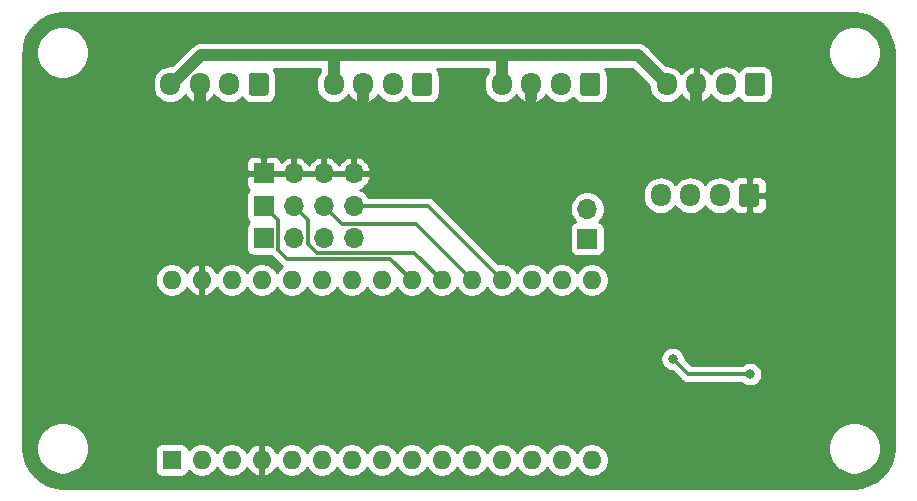
<source format=gbr>
%TF.GenerationSoftware,KiCad,Pcbnew,(5.1.9)-1*%
%TF.CreationDate,2021-08-01T22:25:33+09:30*%
%TF.ProjectId,tyre_temp_sense,74797265-5f74-4656-9d70-5f73656e7365,rev?*%
%TF.SameCoordinates,Original*%
%TF.FileFunction,Copper,L2,Bot*%
%TF.FilePolarity,Positive*%
%FSLAX46Y46*%
G04 Gerber Fmt 4.6, Leading zero omitted, Abs format (unit mm)*
G04 Created by KiCad (PCBNEW (5.1.9)-1) date 2021-08-01 22:25:33*
%MOMM*%
%LPD*%
G01*
G04 APERTURE LIST*
%TA.AperFunction,ComponentPad*%
%ADD10O,1.700000X1.700000*%
%TD*%
%TA.AperFunction,ComponentPad*%
%ADD11R,1.700000X1.700000*%
%TD*%
%TA.AperFunction,ComponentPad*%
%ADD12O,1.700000X1.950000*%
%TD*%
%TA.AperFunction,ComponentPad*%
%ADD13O,1.600000X1.600000*%
%TD*%
%TA.AperFunction,ComponentPad*%
%ADD14R,1.600000X1.600000*%
%TD*%
%TA.AperFunction,ViaPad*%
%ADD15C,0.800000*%
%TD*%
%TA.AperFunction,Conductor*%
%ADD16C,0.300000*%
%TD*%
%TA.AperFunction,Conductor*%
%ADD17C,1.000000*%
%TD*%
%TA.AperFunction,Conductor*%
%ADD18C,0.254000*%
%TD*%
%TA.AperFunction,Conductor*%
%ADD19C,0.100000*%
%TD*%
G04 APERTURE END LIST*
D10*
%TO.P,J8,4*%
%TO.N,GND*%
X84620000Y-67750000D03*
%TO.P,J8,3*%
X82080000Y-67750000D03*
%TO.P,J8,2*%
X79540000Y-67750000D03*
D11*
%TO.P,J8,1*%
X77000000Y-67750000D03*
%TD*%
D10*
%TO.P,J9,4*%
%TO.N,+5V*%
X84620000Y-73250000D03*
%TO.P,J9,3*%
X82080000Y-73250000D03*
%TO.P,J9,2*%
X79540000Y-73250000D03*
D11*
%TO.P,J9,1*%
X77000000Y-73250000D03*
%TD*%
D10*
%TO.P,J7,4*%
%TO.N,A0*%
X84620000Y-70500000D03*
%TO.P,J7,3*%
%TO.N,A1*%
X82080000Y-70500000D03*
%TO.P,J7,2*%
%TO.N,A2*%
X79540000Y-70500000D03*
D11*
%TO.P,J7,1*%
%TO.N,A3*%
X77000000Y-70500000D03*
%TD*%
D10*
%TO.P,J6,2*%
%TO.N,CAN-*%
X104394000Y-70739000D03*
D11*
%TO.P,J6,1*%
%TO.N,Net-(J6-Pad1)*%
X104394000Y-73279000D03*
%TD*%
D12*
%TO.P,J5,4*%
%TO.N,+3V3*%
X69081000Y-60198000D03*
%TO.P,J5,3*%
%TO.N,GND*%
X71581000Y-60198000D03*
%TO.P,J5,2*%
%TO.N,Net-(J5-Pad2)*%
X74081000Y-60198000D03*
%TO.P,J5,1*%
%TO.N,Net-(J5-Pad1)*%
%TA.AperFunction,ComponentPad*%
G36*
G01*
X77431000Y-59473000D02*
X77431000Y-60923000D01*
G75*
G02*
X77181000Y-61173000I-250000J0D01*
G01*
X75981000Y-61173000D01*
G75*
G02*
X75731000Y-60923000I0J250000D01*
G01*
X75731000Y-59473000D01*
G75*
G02*
X75981000Y-59223000I250000J0D01*
G01*
X77181000Y-59223000D01*
G75*
G02*
X77431000Y-59473000I0J-250000D01*
G01*
G37*
%TD.AperFunction*%
%TD*%
%TO.P,J4,4*%
%TO.N,+3V3*%
X82924000Y-60198000D03*
%TO.P,J4,3*%
%TO.N,GND*%
X85424000Y-60198000D03*
%TO.P,J4,2*%
%TO.N,Net-(J4-Pad2)*%
X87924000Y-60198000D03*
%TO.P,J4,1*%
%TO.N,Net-(J4-Pad1)*%
%TA.AperFunction,ComponentPad*%
G36*
G01*
X91274000Y-59473000D02*
X91274000Y-60923000D01*
G75*
G02*
X91024000Y-61173000I-250000J0D01*
G01*
X89824000Y-61173000D01*
G75*
G02*
X89574000Y-60923000I0J250000D01*
G01*
X89574000Y-59473000D01*
G75*
G02*
X89824000Y-59223000I250000J0D01*
G01*
X91024000Y-59223000D01*
G75*
G02*
X91274000Y-59473000I0J-250000D01*
G01*
G37*
%TD.AperFunction*%
%TD*%
%TO.P,J3,4*%
%TO.N,+3V3*%
X97148000Y-60200000D03*
%TO.P,J3,3*%
%TO.N,GND*%
X99648000Y-60200000D03*
%TO.P,J3,2*%
%TO.N,Net-(J3-Pad2)*%
X102148000Y-60200000D03*
%TO.P,J3,1*%
%TO.N,Net-(J3-Pad1)*%
%TA.AperFunction,ComponentPad*%
G36*
G01*
X105498000Y-59475000D02*
X105498000Y-60925000D01*
G75*
G02*
X105248000Y-61175000I-250000J0D01*
G01*
X104048000Y-61175000D01*
G75*
G02*
X103798000Y-60925000I0J250000D01*
G01*
X103798000Y-59475000D01*
G75*
G02*
X104048000Y-59225000I250000J0D01*
G01*
X105248000Y-59225000D01*
G75*
G02*
X105498000Y-59475000I0J-250000D01*
G01*
G37*
%TD.AperFunction*%
%TD*%
%TO.P,J2,1*%
%TO.N,Net-(J2-Pad1)*%
%TA.AperFunction,ComponentPad*%
G36*
G01*
X119468000Y-59475000D02*
X119468000Y-60925000D01*
G75*
G02*
X119218000Y-61175000I-250000J0D01*
G01*
X118018000Y-61175000D01*
G75*
G02*
X117768000Y-60925000I0J250000D01*
G01*
X117768000Y-59475000D01*
G75*
G02*
X118018000Y-59225000I250000J0D01*
G01*
X119218000Y-59225000D01*
G75*
G02*
X119468000Y-59475000I0J-250000D01*
G01*
G37*
%TD.AperFunction*%
%TO.P,J2,2*%
%TO.N,Net-(J2-Pad2)*%
X116118000Y-60200000D03*
%TO.P,J2,3*%
%TO.N,GND*%
X113618000Y-60200000D03*
%TO.P,J2,4*%
%TO.N,+3V3*%
X111118000Y-60200000D03*
%TD*%
%TO.P,J1,4*%
%TO.N,CAN-*%
X110610000Y-69596000D03*
%TO.P,J1,3*%
%TO.N,CAN+*%
X113110000Y-69596000D03*
%TO.P,J1,2*%
%TO.N,+5V*%
X115610000Y-69596000D03*
%TO.P,J1,1*%
%TO.N,GND*%
%TA.AperFunction,ComponentPad*%
G36*
G01*
X118960000Y-68871000D02*
X118960000Y-70321000D01*
G75*
G02*
X118710000Y-70571000I-250000J0D01*
G01*
X117510000Y-70571000D01*
G75*
G02*
X117260000Y-70321000I0J250000D01*
G01*
X117260000Y-68871000D01*
G75*
G02*
X117510000Y-68621000I250000J0D01*
G01*
X118710000Y-68621000D01*
G75*
G02*
X118960000Y-68871000I0J-250000D01*
G01*
G37*
%TD.AperFunction*%
%TD*%
D13*
%TO.P,A1,16*%
%TO.N,CLK_CAN*%
X104780000Y-76760000D03*
%TO.P,A1,15*%
%TO.N,MISO_CAN*%
X104780000Y-92000000D03*
%TO.P,A1,30*%
%TO.N,Net-(A1-Pad30)*%
X69220000Y-76760000D03*
%TO.P,A1,14*%
%TO.N,MOSI_CAN*%
X102240000Y-92000000D03*
%TO.P,A1,29*%
%TO.N,GND*%
X71760000Y-76760000D03*
%TO.P,A1,13*%
%TO.N,Net-(A1-Pad13)*%
X99700000Y-92000000D03*
%TO.P,A1,28*%
%TO.N,Net-(A1-Pad28)*%
X74300000Y-76760000D03*
%TO.P,A1,12*%
%TO.N,Net-(A1-Pad12)*%
X97160000Y-92000000D03*
%TO.P,A1,27*%
%TO.N,+5V*%
X76840000Y-76760000D03*
%TO.P,A1,11*%
%TO.N,Net-(A1-Pad11)*%
X94620000Y-92000000D03*
%TO.P,A1,26*%
%TO.N,Net-(A1-Pad26)*%
X79380000Y-76760000D03*
%TO.P,A1,10*%
%TO.N,Net-(A1-Pad10)*%
X92080000Y-92000000D03*
%TO.P,A1,25*%
%TO.N,Net-(A1-Pad25)*%
X81920000Y-76760000D03*
%TO.P,A1,9*%
%TO.N,D6*%
X89540000Y-92000000D03*
%TO.P,A1,24*%
%TO.N,SCL*%
X84460000Y-76760000D03*
%TO.P,A1,8*%
%TO.N,Net-(A1-Pad8)*%
X87000000Y-92000000D03*
%TO.P,A1,23*%
%TO.N,SDA*%
X87000000Y-76760000D03*
%TO.P,A1,7*%
%TO.N,Net-(A1-Pad7)*%
X84460000Y-92000000D03*
%TO.P,A1,22*%
%TO.N,A3*%
X89540000Y-76760000D03*
%TO.P,A1,6*%
%TO.N,Net-(A1-Pad6)*%
X81920000Y-92000000D03*
%TO.P,A1,21*%
%TO.N,A2*%
X92080000Y-76760000D03*
%TO.P,A1,5*%
%TO.N,D2*%
X79380000Y-92000000D03*
%TO.P,A1,20*%
%TO.N,A1*%
X94620000Y-76760000D03*
%TO.P,A1,4*%
%TO.N,GND*%
X76840000Y-92000000D03*
%TO.P,A1,19*%
%TO.N,A0*%
X97160000Y-76760000D03*
%TO.P,A1,3*%
%TO.N,Net-(A1-Pad3)*%
X74300000Y-92000000D03*
%TO.P,A1,18*%
%TO.N,Net-(A1-Pad18)*%
X99700000Y-76760000D03*
%TO.P,A1,2*%
%TO.N,Net-(A1-Pad2)*%
X71760000Y-92000000D03*
%TO.P,A1,17*%
%TO.N,+3V3*%
X102240000Y-76760000D03*
D14*
%TO.P,A1,1*%
%TO.N,Net-(A1-Pad1)*%
X69220000Y-92000000D03*
%TD*%
D15*
%TO.N,CLK_CAN*%
X118173669Y-84727669D03*
X111633000Y-83439000D03*
%TO.N,GND*%
X116840000Y-80518000D03*
X121158000Y-88138000D03*
X121920000Y-90424000D03*
X120904000Y-89408000D03*
X112776000Y-89408000D03*
X111760000Y-90424000D03*
X95300703Y-70696000D03*
X100420000Y-70866000D03*
X100420000Y-72898000D03*
X110998000Y-78994000D03*
X98500000Y-66500000D03*
X97372000Y-67183000D03*
X89244000Y-67437000D03*
X121000000Y-76750000D03*
%TD*%
D16*
%TO.N,CLK_CAN*%
X112921669Y-84727669D02*
X111633000Y-83439000D01*
X118173669Y-84727669D02*
X112921669Y-84727669D01*
D17*
%TO.N,GND*%
X71581000Y-60198000D02*
X71581000Y-61669000D01*
X85424000Y-60198000D02*
X85424000Y-61424000D01*
X99648000Y-60200000D02*
X99648000Y-61398000D01*
X113618000Y-60200000D02*
X113618000Y-61118000D01*
X113618000Y-60200000D02*
X113618000Y-61618000D01*
%TO.N,+3V3*%
X97148000Y-60200000D02*
X97277000Y-60200000D01*
X69081000Y-60198000D02*
X69081000Y-59919000D01*
X82924000Y-60198000D02*
X83106955Y-60198000D01*
X97148000Y-60200000D02*
X97330955Y-60200000D01*
X111118000Y-60200000D02*
X108668000Y-57750000D01*
X97148000Y-57898000D02*
X97000000Y-57750000D01*
X97148000Y-60200000D02*
X97148000Y-57898000D01*
X108668000Y-57750000D02*
X97000000Y-57750000D01*
X69263955Y-60198000D02*
X69081000Y-60198000D01*
X71711955Y-57750000D02*
X69263955Y-60198000D01*
X82924000Y-57826000D02*
X83000000Y-57750000D01*
X82924000Y-60198000D02*
X82924000Y-57826000D01*
X83000000Y-57750000D02*
X71711955Y-57750000D01*
X97000000Y-57750000D02*
X83000000Y-57750000D01*
D16*
%TO.N,A3*%
X78200001Y-71700001D02*
X77000000Y-70500000D01*
X78200001Y-74200001D02*
X78200001Y-71700001D01*
X78950011Y-74950011D02*
X78200001Y-74200001D01*
X87730011Y-74950011D02*
X78950011Y-74950011D01*
X89540000Y-76760000D02*
X87730011Y-74950011D01*
%TO.N,A2*%
X80740001Y-73686003D02*
X80740001Y-71700001D01*
X81503999Y-74450001D02*
X80740001Y-73686003D01*
X80740001Y-71700001D02*
X79540000Y-70500000D01*
X89770001Y-74450001D02*
X81503999Y-74450001D01*
X92080000Y-76760000D02*
X89770001Y-74450001D01*
%TO.N,A1*%
X83629999Y-72049999D02*
X82080000Y-70500000D01*
X89909999Y-72049999D02*
X83629999Y-72049999D01*
X94620000Y-76760000D02*
X89909999Y-72049999D01*
%TO.N,A0*%
X90900000Y-70500000D02*
X84620000Y-70500000D01*
X97160000Y-76760000D02*
X90900000Y-70500000D01*
%TD*%
D18*
%TO.N,GND*%
X127648126Y-54226714D02*
X128271572Y-54414943D01*
X128846579Y-54720681D01*
X129351247Y-55132279D01*
X129766362Y-55634067D01*
X130076105Y-56206924D01*
X130268682Y-56829039D01*
X130340001Y-57507594D01*
X130340000Y-90967721D01*
X130273286Y-91648126D01*
X130085057Y-92271570D01*
X129779323Y-92846573D01*
X129367721Y-93351248D01*
X128865933Y-93766362D01*
X128293077Y-94076104D01*
X127670961Y-94268682D01*
X126992417Y-94340000D01*
X60032279Y-94340000D01*
X59351874Y-94273286D01*
X58728430Y-94085057D01*
X58153427Y-93779323D01*
X57648752Y-93367721D01*
X57233638Y-92865933D01*
X56923896Y-92293077D01*
X56731318Y-91670961D01*
X56660000Y-90992417D01*
X56660000Y-90779872D01*
X57765000Y-90779872D01*
X57765000Y-91220128D01*
X57850890Y-91651925D01*
X58019369Y-92058669D01*
X58263962Y-92424729D01*
X58575271Y-92736038D01*
X58941331Y-92980631D01*
X59348075Y-93149110D01*
X59779872Y-93235000D01*
X60220128Y-93235000D01*
X60651925Y-93149110D01*
X61058669Y-92980631D01*
X61424729Y-92736038D01*
X61736038Y-92424729D01*
X61980631Y-92058669D01*
X62149110Y-91651925D01*
X62235000Y-91220128D01*
X62235000Y-91200000D01*
X67781928Y-91200000D01*
X67781928Y-92800000D01*
X67794188Y-92924482D01*
X67830498Y-93044180D01*
X67889463Y-93154494D01*
X67968815Y-93251185D01*
X68065506Y-93330537D01*
X68175820Y-93389502D01*
X68295518Y-93425812D01*
X68420000Y-93438072D01*
X70020000Y-93438072D01*
X70144482Y-93425812D01*
X70264180Y-93389502D01*
X70374494Y-93330537D01*
X70471185Y-93251185D01*
X70550537Y-93154494D01*
X70609502Y-93044180D01*
X70645812Y-92924482D01*
X70646643Y-92916039D01*
X70845241Y-93114637D01*
X71080273Y-93271680D01*
X71341426Y-93379853D01*
X71618665Y-93435000D01*
X71901335Y-93435000D01*
X72178574Y-93379853D01*
X72439727Y-93271680D01*
X72674759Y-93114637D01*
X72874637Y-92914759D01*
X73030000Y-92682241D01*
X73185363Y-92914759D01*
X73385241Y-93114637D01*
X73620273Y-93271680D01*
X73881426Y-93379853D01*
X74158665Y-93435000D01*
X74441335Y-93435000D01*
X74718574Y-93379853D01*
X74979727Y-93271680D01*
X75214759Y-93114637D01*
X75414637Y-92914759D01*
X75571680Y-92679727D01*
X75576067Y-92669135D01*
X75687615Y-92855131D01*
X75876586Y-93063519D01*
X76102580Y-93231037D01*
X76356913Y-93351246D01*
X76490961Y-93391904D01*
X76713000Y-93269915D01*
X76713000Y-92127000D01*
X76693000Y-92127000D01*
X76693000Y-91873000D01*
X76713000Y-91873000D01*
X76713000Y-90730085D01*
X76967000Y-90730085D01*
X76967000Y-91873000D01*
X76987000Y-91873000D01*
X76987000Y-92127000D01*
X76967000Y-92127000D01*
X76967000Y-93269915D01*
X77189039Y-93391904D01*
X77323087Y-93351246D01*
X77577420Y-93231037D01*
X77803414Y-93063519D01*
X77992385Y-92855131D01*
X78103933Y-92669135D01*
X78108320Y-92679727D01*
X78265363Y-92914759D01*
X78465241Y-93114637D01*
X78700273Y-93271680D01*
X78961426Y-93379853D01*
X79238665Y-93435000D01*
X79521335Y-93435000D01*
X79798574Y-93379853D01*
X80059727Y-93271680D01*
X80294759Y-93114637D01*
X80494637Y-92914759D01*
X80650000Y-92682241D01*
X80805363Y-92914759D01*
X81005241Y-93114637D01*
X81240273Y-93271680D01*
X81501426Y-93379853D01*
X81778665Y-93435000D01*
X82061335Y-93435000D01*
X82338574Y-93379853D01*
X82599727Y-93271680D01*
X82834759Y-93114637D01*
X83034637Y-92914759D01*
X83190000Y-92682241D01*
X83345363Y-92914759D01*
X83545241Y-93114637D01*
X83780273Y-93271680D01*
X84041426Y-93379853D01*
X84318665Y-93435000D01*
X84601335Y-93435000D01*
X84878574Y-93379853D01*
X85139727Y-93271680D01*
X85374759Y-93114637D01*
X85574637Y-92914759D01*
X85730000Y-92682241D01*
X85885363Y-92914759D01*
X86085241Y-93114637D01*
X86320273Y-93271680D01*
X86581426Y-93379853D01*
X86858665Y-93435000D01*
X87141335Y-93435000D01*
X87418574Y-93379853D01*
X87679727Y-93271680D01*
X87914759Y-93114637D01*
X88114637Y-92914759D01*
X88270000Y-92682241D01*
X88425363Y-92914759D01*
X88625241Y-93114637D01*
X88860273Y-93271680D01*
X89121426Y-93379853D01*
X89398665Y-93435000D01*
X89681335Y-93435000D01*
X89958574Y-93379853D01*
X90219727Y-93271680D01*
X90454759Y-93114637D01*
X90654637Y-92914759D01*
X90810000Y-92682241D01*
X90965363Y-92914759D01*
X91165241Y-93114637D01*
X91400273Y-93271680D01*
X91661426Y-93379853D01*
X91938665Y-93435000D01*
X92221335Y-93435000D01*
X92498574Y-93379853D01*
X92759727Y-93271680D01*
X92994759Y-93114637D01*
X93194637Y-92914759D01*
X93350000Y-92682241D01*
X93505363Y-92914759D01*
X93705241Y-93114637D01*
X93940273Y-93271680D01*
X94201426Y-93379853D01*
X94478665Y-93435000D01*
X94761335Y-93435000D01*
X95038574Y-93379853D01*
X95299727Y-93271680D01*
X95534759Y-93114637D01*
X95734637Y-92914759D01*
X95890000Y-92682241D01*
X96045363Y-92914759D01*
X96245241Y-93114637D01*
X96480273Y-93271680D01*
X96741426Y-93379853D01*
X97018665Y-93435000D01*
X97301335Y-93435000D01*
X97578574Y-93379853D01*
X97839727Y-93271680D01*
X98074759Y-93114637D01*
X98274637Y-92914759D01*
X98430000Y-92682241D01*
X98585363Y-92914759D01*
X98785241Y-93114637D01*
X99020273Y-93271680D01*
X99281426Y-93379853D01*
X99558665Y-93435000D01*
X99841335Y-93435000D01*
X100118574Y-93379853D01*
X100379727Y-93271680D01*
X100614759Y-93114637D01*
X100814637Y-92914759D01*
X100970000Y-92682241D01*
X101125363Y-92914759D01*
X101325241Y-93114637D01*
X101560273Y-93271680D01*
X101821426Y-93379853D01*
X102098665Y-93435000D01*
X102381335Y-93435000D01*
X102658574Y-93379853D01*
X102919727Y-93271680D01*
X103154759Y-93114637D01*
X103354637Y-92914759D01*
X103510000Y-92682241D01*
X103665363Y-92914759D01*
X103865241Y-93114637D01*
X104100273Y-93271680D01*
X104361426Y-93379853D01*
X104638665Y-93435000D01*
X104921335Y-93435000D01*
X105198574Y-93379853D01*
X105459727Y-93271680D01*
X105694759Y-93114637D01*
X105894637Y-92914759D01*
X106051680Y-92679727D01*
X106159853Y-92418574D01*
X106215000Y-92141335D01*
X106215000Y-91858665D01*
X106159853Y-91581426D01*
X106051680Y-91320273D01*
X105894637Y-91085241D01*
X105694759Y-90885363D01*
X105536881Y-90779872D01*
X124765000Y-90779872D01*
X124765000Y-91220128D01*
X124850890Y-91651925D01*
X125019369Y-92058669D01*
X125263962Y-92424729D01*
X125575271Y-92736038D01*
X125941331Y-92980631D01*
X126348075Y-93149110D01*
X126779872Y-93235000D01*
X127220128Y-93235000D01*
X127651925Y-93149110D01*
X128058669Y-92980631D01*
X128424729Y-92736038D01*
X128736038Y-92424729D01*
X128980631Y-92058669D01*
X129149110Y-91651925D01*
X129235000Y-91220128D01*
X129235000Y-90779872D01*
X129149110Y-90348075D01*
X128980631Y-89941331D01*
X128736038Y-89575271D01*
X128424729Y-89263962D01*
X128058669Y-89019369D01*
X127651925Y-88850890D01*
X127220128Y-88765000D01*
X126779872Y-88765000D01*
X126348075Y-88850890D01*
X125941331Y-89019369D01*
X125575271Y-89263962D01*
X125263962Y-89575271D01*
X125019369Y-89941331D01*
X124850890Y-90348075D01*
X124765000Y-90779872D01*
X105536881Y-90779872D01*
X105459727Y-90728320D01*
X105198574Y-90620147D01*
X104921335Y-90565000D01*
X104638665Y-90565000D01*
X104361426Y-90620147D01*
X104100273Y-90728320D01*
X103865241Y-90885363D01*
X103665363Y-91085241D01*
X103510000Y-91317759D01*
X103354637Y-91085241D01*
X103154759Y-90885363D01*
X102919727Y-90728320D01*
X102658574Y-90620147D01*
X102381335Y-90565000D01*
X102098665Y-90565000D01*
X101821426Y-90620147D01*
X101560273Y-90728320D01*
X101325241Y-90885363D01*
X101125363Y-91085241D01*
X100970000Y-91317759D01*
X100814637Y-91085241D01*
X100614759Y-90885363D01*
X100379727Y-90728320D01*
X100118574Y-90620147D01*
X99841335Y-90565000D01*
X99558665Y-90565000D01*
X99281426Y-90620147D01*
X99020273Y-90728320D01*
X98785241Y-90885363D01*
X98585363Y-91085241D01*
X98430000Y-91317759D01*
X98274637Y-91085241D01*
X98074759Y-90885363D01*
X97839727Y-90728320D01*
X97578574Y-90620147D01*
X97301335Y-90565000D01*
X97018665Y-90565000D01*
X96741426Y-90620147D01*
X96480273Y-90728320D01*
X96245241Y-90885363D01*
X96045363Y-91085241D01*
X95890000Y-91317759D01*
X95734637Y-91085241D01*
X95534759Y-90885363D01*
X95299727Y-90728320D01*
X95038574Y-90620147D01*
X94761335Y-90565000D01*
X94478665Y-90565000D01*
X94201426Y-90620147D01*
X93940273Y-90728320D01*
X93705241Y-90885363D01*
X93505363Y-91085241D01*
X93350000Y-91317759D01*
X93194637Y-91085241D01*
X92994759Y-90885363D01*
X92759727Y-90728320D01*
X92498574Y-90620147D01*
X92221335Y-90565000D01*
X91938665Y-90565000D01*
X91661426Y-90620147D01*
X91400273Y-90728320D01*
X91165241Y-90885363D01*
X90965363Y-91085241D01*
X90810000Y-91317759D01*
X90654637Y-91085241D01*
X90454759Y-90885363D01*
X90219727Y-90728320D01*
X89958574Y-90620147D01*
X89681335Y-90565000D01*
X89398665Y-90565000D01*
X89121426Y-90620147D01*
X88860273Y-90728320D01*
X88625241Y-90885363D01*
X88425363Y-91085241D01*
X88270000Y-91317759D01*
X88114637Y-91085241D01*
X87914759Y-90885363D01*
X87679727Y-90728320D01*
X87418574Y-90620147D01*
X87141335Y-90565000D01*
X86858665Y-90565000D01*
X86581426Y-90620147D01*
X86320273Y-90728320D01*
X86085241Y-90885363D01*
X85885363Y-91085241D01*
X85730000Y-91317759D01*
X85574637Y-91085241D01*
X85374759Y-90885363D01*
X85139727Y-90728320D01*
X84878574Y-90620147D01*
X84601335Y-90565000D01*
X84318665Y-90565000D01*
X84041426Y-90620147D01*
X83780273Y-90728320D01*
X83545241Y-90885363D01*
X83345363Y-91085241D01*
X83190000Y-91317759D01*
X83034637Y-91085241D01*
X82834759Y-90885363D01*
X82599727Y-90728320D01*
X82338574Y-90620147D01*
X82061335Y-90565000D01*
X81778665Y-90565000D01*
X81501426Y-90620147D01*
X81240273Y-90728320D01*
X81005241Y-90885363D01*
X80805363Y-91085241D01*
X80650000Y-91317759D01*
X80494637Y-91085241D01*
X80294759Y-90885363D01*
X80059727Y-90728320D01*
X79798574Y-90620147D01*
X79521335Y-90565000D01*
X79238665Y-90565000D01*
X78961426Y-90620147D01*
X78700273Y-90728320D01*
X78465241Y-90885363D01*
X78265363Y-91085241D01*
X78108320Y-91320273D01*
X78103933Y-91330865D01*
X77992385Y-91144869D01*
X77803414Y-90936481D01*
X77577420Y-90768963D01*
X77323087Y-90648754D01*
X77189039Y-90608096D01*
X76967000Y-90730085D01*
X76713000Y-90730085D01*
X76490961Y-90608096D01*
X76356913Y-90648754D01*
X76102580Y-90768963D01*
X75876586Y-90936481D01*
X75687615Y-91144869D01*
X75576067Y-91330865D01*
X75571680Y-91320273D01*
X75414637Y-91085241D01*
X75214759Y-90885363D01*
X74979727Y-90728320D01*
X74718574Y-90620147D01*
X74441335Y-90565000D01*
X74158665Y-90565000D01*
X73881426Y-90620147D01*
X73620273Y-90728320D01*
X73385241Y-90885363D01*
X73185363Y-91085241D01*
X73030000Y-91317759D01*
X72874637Y-91085241D01*
X72674759Y-90885363D01*
X72439727Y-90728320D01*
X72178574Y-90620147D01*
X71901335Y-90565000D01*
X71618665Y-90565000D01*
X71341426Y-90620147D01*
X71080273Y-90728320D01*
X70845241Y-90885363D01*
X70646643Y-91083961D01*
X70645812Y-91075518D01*
X70609502Y-90955820D01*
X70550537Y-90845506D01*
X70471185Y-90748815D01*
X70374494Y-90669463D01*
X70264180Y-90610498D01*
X70144482Y-90574188D01*
X70020000Y-90561928D01*
X68420000Y-90561928D01*
X68295518Y-90574188D01*
X68175820Y-90610498D01*
X68065506Y-90669463D01*
X67968815Y-90748815D01*
X67889463Y-90845506D01*
X67830498Y-90955820D01*
X67794188Y-91075518D01*
X67781928Y-91200000D01*
X62235000Y-91200000D01*
X62235000Y-90779872D01*
X62149110Y-90348075D01*
X61980631Y-89941331D01*
X61736038Y-89575271D01*
X61424729Y-89263962D01*
X61058669Y-89019369D01*
X60651925Y-88850890D01*
X60220128Y-88765000D01*
X59779872Y-88765000D01*
X59348075Y-88850890D01*
X58941331Y-89019369D01*
X58575271Y-89263962D01*
X58263962Y-89575271D01*
X58019369Y-89941331D01*
X57850890Y-90348075D01*
X57765000Y-90779872D01*
X56660000Y-90779872D01*
X56660000Y-83337061D01*
X110598000Y-83337061D01*
X110598000Y-83540939D01*
X110637774Y-83740898D01*
X110715795Y-83929256D01*
X110829063Y-84098774D01*
X110973226Y-84242937D01*
X111142744Y-84356205D01*
X111331102Y-84434226D01*
X111531061Y-84474000D01*
X111557843Y-84474000D01*
X112339327Y-85255484D01*
X112363905Y-85285433D01*
X112393853Y-85310011D01*
X112393856Y-85310014D01*
X112423228Y-85334119D01*
X112483436Y-85383531D01*
X112619809Y-85456423D01*
X112767781Y-85501310D01*
X112782159Y-85502726D01*
X112883108Y-85512669D01*
X112883115Y-85512669D01*
X112921668Y-85516466D01*
X112960221Y-85512669D01*
X117494958Y-85512669D01*
X117513895Y-85531606D01*
X117683413Y-85644874D01*
X117871771Y-85722895D01*
X118071730Y-85762669D01*
X118275608Y-85762669D01*
X118475567Y-85722895D01*
X118663925Y-85644874D01*
X118833443Y-85531606D01*
X118977606Y-85387443D01*
X119090874Y-85217925D01*
X119168895Y-85029567D01*
X119208669Y-84829608D01*
X119208669Y-84625730D01*
X119168895Y-84425771D01*
X119090874Y-84237413D01*
X118977606Y-84067895D01*
X118833443Y-83923732D01*
X118663925Y-83810464D01*
X118475567Y-83732443D01*
X118275608Y-83692669D01*
X118071730Y-83692669D01*
X117871771Y-83732443D01*
X117683413Y-83810464D01*
X117513895Y-83923732D01*
X117494958Y-83942669D01*
X113246827Y-83942669D01*
X112668000Y-83363843D01*
X112668000Y-83337061D01*
X112628226Y-83137102D01*
X112550205Y-82948744D01*
X112436937Y-82779226D01*
X112292774Y-82635063D01*
X112123256Y-82521795D01*
X111934898Y-82443774D01*
X111734939Y-82404000D01*
X111531061Y-82404000D01*
X111331102Y-82443774D01*
X111142744Y-82521795D01*
X110973226Y-82635063D01*
X110829063Y-82779226D01*
X110715795Y-82948744D01*
X110637774Y-83137102D01*
X110598000Y-83337061D01*
X56660000Y-83337061D01*
X56660000Y-76618665D01*
X67785000Y-76618665D01*
X67785000Y-76901335D01*
X67840147Y-77178574D01*
X67948320Y-77439727D01*
X68105363Y-77674759D01*
X68305241Y-77874637D01*
X68540273Y-78031680D01*
X68801426Y-78139853D01*
X69078665Y-78195000D01*
X69361335Y-78195000D01*
X69638574Y-78139853D01*
X69899727Y-78031680D01*
X70134759Y-77874637D01*
X70334637Y-77674759D01*
X70491680Y-77439727D01*
X70496067Y-77429135D01*
X70607615Y-77615131D01*
X70796586Y-77823519D01*
X71022580Y-77991037D01*
X71276913Y-78111246D01*
X71410961Y-78151904D01*
X71633000Y-78029915D01*
X71633000Y-76887000D01*
X71613000Y-76887000D01*
X71613000Y-76633000D01*
X71633000Y-76633000D01*
X71633000Y-75490085D01*
X71887000Y-75490085D01*
X71887000Y-76633000D01*
X71907000Y-76633000D01*
X71907000Y-76887000D01*
X71887000Y-76887000D01*
X71887000Y-78029915D01*
X72109039Y-78151904D01*
X72243087Y-78111246D01*
X72497420Y-77991037D01*
X72723414Y-77823519D01*
X72912385Y-77615131D01*
X73023933Y-77429135D01*
X73028320Y-77439727D01*
X73185363Y-77674759D01*
X73385241Y-77874637D01*
X73620273Y-78031680D01*
X73881426Y-78139853D01*
X74158665Y-78195000D01*
X74441335Y-78195000D01*
X74718574Y-78139853D01*
X74979727Y-78031680D01*
X75214759Y-77874637D01*
X75414637Y-77674759D01*
X75570000Y-77442241D01*
X75725363Y-77674759D01*
X75925241Y-77874637D01*
X76160273Y-78031680D01*
X76421426Y-78139853D01*
X76698665Y-78195000D01*
X76981335Y-78195000D01*
X77258574Y-78139853D01*
X77519727Y-78031680D01*
X77754759Y-77874637D01*
X77954637Y-77674759D01*
X78110000Y-77442241D01*
X78265363Y-77674759D01*
X78465241Y-77874637D01*
X78700273Y-78031680D01*
X78961426Y-78139853D01*
X79238665Y-78195000D01*
X79521335Y-78195000D01*
X79798574Y-78139853D01*
X80059727Y-78031680D01*
X80294759Y-77874637D01*
X80494637Y-77674759D01*
X80650000Y-77442241D01*
X80805363Y-77674759D01*
X81005241Y-77874637D01*
X81240273Y-78031680D01*
X81501426Y-78139853D01*
X81778665Y-78195000D01*
X82061335Y-78195000D01*
X82338574Y-78139853D01*
X82599727Y-78031680D01*
X82834759Y-77874637D01*
X83034637Y-77674759D01*
X83190000Y-77442241D01*
X83345363Y-77674759D01*
X83545241Y-77874637D01*
X83780273Y-78031680D01*
X84041426Y-78139853D01*
X84318665Y-78195000D01*
X84601335Y-78195000D01*
X84878574Y-78139853D01*
X85139727Y-78031680D01*
X85374759Y-77874637D01*
X85574637Y-77674759D01*
X85730000Y-77442241D01*
X85885363Y-77674759D01*
X86085241Y-77874637D01*
X86320273Y-78031680D01*
X86581426Y-78139853D01*
X86858665Y-78195000D01*
X87141335Y-78195000D01*
X87418574Y-78139853D01*
X87679727Y-78031680D01*
X87914759Y-77874637D01*
X88114637Y-77674759D01*
X88270000Y-77442241D01*
X88425363Y-77674759D01*
X88625241Y-77874637D01*
X88860273Y-78031680D01*
X89121426Y-78139853D01*
X89398665Y-78195000D01*
X89681335Y-78195000D01*
X89958574Y-78139853D01*
X90219727Y-78031680D01*
X90454759Y-77874637D01*
X90654637Y-77674759D01*
X90810000Y-77442241D01*
X90965363Y-77674759D01*
X91165241Y-77874637D01*
X91400273Y-78031680D01*
X91661426Y-78139853D01*
X91938665Y-78195000D01*
X92221335Y-78195000D01*
X92498574Y-78139853D01*
X92759727Y-78031680D01*
X92994759Y-77874637D01*
X93194637Y-77674759D01*
X93350000Y-77442241D01*
X93505363Y-77674759D01*
X93705241Y-77874637D01*
X93940273Y-78031680D01*
X94201426Y-78139853D01*
X94478665Y-78195000D01*
X94761335Y-78195000D01*
X95038574Y-78139853D01*
X95299727Y-78031680D01*
X95534759Y-77874637D01*
X95734637Y-77674759D01*
X95890000Y-77442241D01*
X96045363Y-77674759D01*
X96245241Y-77874637D01*
X96480273Y-78031680D01*
X96741426Y-78139853D01*
X97018665Y-78195000D01*
X97301335Y-78195000D01*
X97578574Y-78139853D01*
X97839727Y-78031680D01*
X98074759Y-77874637D01*
X98274637Y-77674759D01*
X98430000Y-77442241D01*
X98585363Y-77674759D01*
X98785241Y-77874637D01*
X99020273Y-78031680D01*
X99281426Y-78139853D01*
X99558665Y-78195000D01*
X99841335Y-78195000D01*
X100118574Y-78139853D01*
X100379727Y-78031680D01*
X100614759Y-77874637D01*
X100814637Y-77674759D01*
X100970000Y-77442241D01*
X101125363Y-77674759D01*
X101325241Y-77874637D01*
X101560273Y-78031680D01*
X101821426Y-78139853D01*
X102098665Y-78195000D01*
X102381335Y-78195000D01*
X102658574Y-78139853D01*
X102919727Y-78031680D01*
X103154759Y-77874637D01*
X103354637Y-77674759D01*
X103510000Y-77442241D01*
X103665363Y-77674759D01*
X103865241Y-77874637D01*
X104100273Y-78031680D01*
X104361426Y-78139853D01*
X104638665Y-78195000D01*
X104921335Y-78195000D01*
X105198574Y-78139853D01*
X105459727Y-78031680D01*
X105694759Y-77874637D01*
X105894637Y-77674759D01*
X106051680Y-77439727D01*
X106159853Y-77178574D01*
X106215000Y-76901335D01*
X106215000Y-76618665D01*
X106159853Y-76341426D01*
X106051680Y-76080273D01*
X105894637Y-75845241D01*
X105694759Y-75645363D01*
X105459727Y-75488320D01*
X105198574Y-75380147D01*
X104921335Y-75325000D01*
X104638665Y-75325000D01*
X104361426Y-75380147D01*
X104100273Y-75488320D01*
X103865241Y-75645363D01*
X103665363Y-75845241D01*
X103510000Y-76077759D01*
X103354637Y-75845241D01*
X103154759Y-75645363D01*
X102919727Y-75488320D01*
X102658574Y-75380147D01*
X102381335Y-75325000D01*
X102098665Y-75325000D01*
X101821426Y-75380147D01*
X101560273Y-75488320D01*
X101325241Y-75645363D01*
X101125363Y-75845241D01*
X100970000Y-76077759D01*
X100814637Y-75845241D01*
X100614759Y-75645363D01*
X100379727Y-75488320D01*
X100118574Y-75380147D01*
X99841335Y-75325000D01*
X99558665Y-75325000D01*
X99281426Y-75380147D01*
X99020273Y-75488320D01*
X98785241Y-75645363D01*
X98585363Y-75845241D01*
X98430000Y-76077759D01*
X98274637Y-75845241D01*
X98074759Y-75645363D01*
X97839727Y-75488320D01*
X97578574Y-75380147D01*
X97301335Y-75325000D01*
X97018665Y-75325000D01*
X96865604Y-75355446D01*
X93939158Y-72429000D01*
X102905928Y-72429000D01*
X102905928Y-74129000D01*
X102918188Y-74253482D01*
X102954498Y-74373180D01*
X103013463Y-74483494D01*
X103092815Y-74580185D01*
X103189506Y-74659537D01*
X103299820Y-74718502D01*
X103419518Y-74754812D01*
X103544000Y-74767072D01*
X105244000Y-74767072D01*
X105368482Y-74754812D01*
X105488180Y-74718502D01*
X105598494Y-74659537D01*
X105695185Y-74580185D01*
X105774537Y-74483494D01*
X105833502Y-74373180D01*
X105869812Y-74253482D01*
X105882072Y-74129000D01*
X105882072Y-72429000D01*
X105869812Y-72304518D01*
X105833502Y-72184820D01*
X105774537Y-72074506D01*
X105695185Y-71977815D01*
X105598494Y-71898463D01*
X105488180Y-71839498D01*
X105415620Y-71817487D01*
X105547475Y-71685632D01*
X105709990Y-71442411D01*
X105821932Y-71172158D01*
X105879000Y-70885260D01*
X105879000Y-70592740D01*
X105821932Y-70305842D01*
X105709990Y-70035589D01*
X105547475Y-69792368D01*
X105340632Y-69585525D01*
X105097411Y-69423010D01*
X105037152Y-69398050D01*
X109125000Y-69398050D01*
X109125000Y-69793949D01*
X109146487Y-70012110D01*
X109231401Y-70292033D01*
X109369294Y-70550013D01*
X109554866Y-70776134D01*
X109780986Y-70961706D01*
X110038966Y-71099599D01*
X110318889Y-71184513D01*
X110610000Y-71213185D01*
X110901110Y-71184513D01*
X111181033Y-71099599D01*
X111439013Y-70961706D01*
X111665134Y-70776134D01*
X111850706Y-70550014D01*
X111860000Y-70532626D01*
X111869294Y-70550013D01*
X112054866Y-70776134D01*
X112280986Y-70961706D01*
X112538966Y-71099599D01*
X112818889Y-71184513D01*
X113110000Y-71213185D01*
X113401110Y-71184513D01*
X113681033Y-71099599D01*
X113939013Y-70961706D01*
X114165134Y-70776134D01*
X114350706Y-70550014D01*
X114360000Y-70532626D01*
X114369294Y-70550013D01*
X114554866Y-70776134D01*
X114780986Y-70961706D01*
X115038966Y-71099599D01*
X115318889Y-71184513D01*
X115610000Y-71213185D01*
X115901110Y-71184513D01*
X116181033Y-71099599D01*
X116439013Y-70961706D01*
X116659945Y-70780392D01*
X116670498Y-70815180D01*
X116729463Y-70925494D01*
X116808815Y-71022185D01*
X116905506Y-71101537D01*
X117015820Y-71160502D01*
X117135518Y-71196812D01*
X117260000Y-71209072D01*
X117824250Y-71206000D01*
X117983000Y-71047250D01*
X117983000Y-69723000D01*
X118237000Y-69723000D01*
X118237000Y-71047250D01*
X118395750Y-71206000D01*
X118960000Y-71209072D01*
X119084482Y-71196812D01*
X119204180Y-71160502D01*
X119314494Y-71101537D01*
X119411185Y-71022185D01*
X119490537Y-70925494D01*
X119549502Y-70815180D01*
X119585812Y-70695482D01*
X119598072Y-70571000D01*
X119595000Y-69881750D01*
X119436250Y-69723000D01*
X118237000Y-69723000D01*
X117983000Y-69723000D01*
X117963000Y-69723000D01*
X117963000Y-69469000D01*
X117983000Y-69469000D01*
X117983000Y-68144750D01*
X118237000Y-68144750D01*
X118237000Y-69469000D01*
X119436250Y-69469000D01*
X119595000Y-69310250D01*
X119598072Y-68621000D01*
X119585812Y-68496518D01*
X119549502Y-68376820D01*
X119490537Y-68266506D01*
X119411185Y-68169815D01*
X119314494Y-68090463D01*
X119204180Y-68031498D01*
X119084482Y-67995188D01*
X118960000Y-67982928D01*
X118395750Y-67986000D01*
X118237000Y-68144750D01*
X117983000Y-68144750D01*
X117824250Y-67986000D01*
X117260000Y-67982928D01*
X117135518Y-67995188D01*
X117015820Y-68031498D01*
X116905506Y-68090463D01*
X116808815Y-68169815D01*
X116729463Y-68266506D01*
X116670498Y-68376820D01*
X116659945Y-68411608D01*
X116439014Y-68230294D01*
X116181034Y-68092401D01*
X115901111Y-68007487D01*
X115610000Y-67978815D01*
X115318890Y-68007487D01*
X115038967Y-68092401D01*
X114780987Y-68230294D01*
X114554866Y-68415866D01*
X114369294Y-68641986D01*
X114360000Y-68659374D01*
X114350706Y-68641986D01*
X114165134Y-68415866D01*
X113939014Y-68230294D01*
X113681034Y-68092401D01*
X113401111Y-68007487D01*
X113110000Y-67978815D01*
X112818890Y-68007487D01*
X112538967Y-68092401D01*
X112280987Y-68230294D01*
X112054866Y-68415866D01*
X111869294Y-68641986D01*
X111860000Y-68659374D01*
X111850706Y-68641986D01*
X111665134Y-68415866D01*
X111439014Y-68230294D01*
X111181034Y-68092401D01*
X110901111Y-68007487D01*
X110610000Y-67978815D01*
X110318890Y-68007487D01*
X110038967Y-68092401D01*
X109780987Y-68230294D01*
X109554866Y-68415866D01*
X109369294Y-68641986D01*
X109231401Y-68899966D01*
X109146487Y-69179889D01*
X109125000Y-69398050D01*
X105037152Y-69398050D01*
X104827158Y-69311068D01*
X104540260Y-69254000D01*
X104247740Y-69254000D01*
X103960842Y-69311068D01*
X103690589Y-69423010D01*
X103447368Y-69585525D01*
X103240525Y-69792368D01*
X103078010Y-70035589D01*
X102966068Y-70305842D01*
X102909000Y-70592740D01*
X102909000Y-70885260D01*
X102966068Y-71172158D01*
X103078010Y-71442411D01*
X103240525Y-71685632D01*
X103372380Y-71817487D01*
X103299820Y-71839498D01*
X103189506Y-71898463D01*
X103092815Y-71977815D01*
X103013463Y-72074506D01*
X102954498Y-72184820D01*
X102918188Y-72304518D01*
X102905928Y-72429000D01*
X93939158Y-72429000D01*
X91482347Y-69972190D01*
X91457764Y-69942236D01*
X91338233Y-69844138D01*
X91201860Y-69771246D01*
X91053887Y-69726359D01*
X90938561Y-69715000D01*
X90938553Y-69715000D01*
X90900000Y-69711203D01*
X90861447Y-69715000D01*
X85881474Y-69715000D01*
X85773475Y-69553368D01*
X85566632Y-69346525D01*
X85323411Y-69184010D01*
X85175049Y-69122557D01*
X85386920Y-69021641D01*
X85620269Y-68847588D01*
X85815178Y-68631355D01*
X85964157Y-68381252D01*
X86061481Y-68106891D01*
X85940814Y-67877000D01*
X84747000Y-67877000D01*
X84747000Y-67897000D01*
X84493000Y-67897000D01*
X84493000Y-67877000D01*
X82207000Y-67877000D01*
X82207000Y-67897000D01*
X81953000Y-67897000D01*
X81953000Y-67877000D01*
X79667000Y-67877000D01*
X79667000Y-67897000D01*
X79413000Y-67897000D01*
X79413000Y-67877000D01*
X77127000Y-67877000D01*
X77127000Y-67897000D01*
X76873000Y-67897000D01*
X76873000Y-67877000D01*
X75673750Y-67877000D01*
X75515000Y-68035750D01*
X75511928Y-68600000D01*
X75524188Y-68724482D01*
X75560498Y-68844180D01*
X75619463Y-68954494D01*
X75698815Y-69051185D01*
X75788759Y-69125000D01*
X75698815Y-69198815D01*
X75619463Y-69295506D01*
X75560498Y-69405820D01*
X75524188Y-69525518D01*
X75511928Y-69650000D01*
X75511928Y-71350000D01*
X75524188Y-71474482D01*
X75560498Y-71594180D01*
X75619463Y-71704494D01*
X75698815Y-71801185D01*
X75788759Y-71875000D01*
X75698815Y-71948815D01*
X75619463Y-72045506D01*
X75560498Y-72155820D01*
X75524188Y-72275518D01*
X75511928Y-72400000D01*
X75511928Y-74100000D01*
X75524188Y-74224482D01*
X75560498Y-74344180D01*
X75619463Y-74454494D01*
X75698815Y-74551185D01*
X75795506Y-74630537D01*
X75905820Y-74689502D01*
X76025518Y-74725812D01*
X76150000Y-74738072D01*
X77626075Y-74738072D01*
X77642237Y-74757765D01*
X77672190Y-74782348D01*
X78367668Y-75477826D01*
X78392247Y-75507775D01*
X78422195Y-75532353D01*
X78422198Y-75532356D01*
X78451570Y-75556461D01*
X78511778Y-75605873D01*
X78518758Y-75609604D01*
X78465241Y-75645363D01*
X78265363Y-75845241D01*
X78110000Y-76077759D01*
X77954637Y-75845241D01*
X77754759Y-75645363D01*
X77519727Y-75488320D01*
X77258574Y-75380147D01*
X76981335Y-75325000D01*
X76698665Y-75325000D01*
X76421426Y-75380147D01*
X76160273Y-75488320D01*
X75925241Y-75645363D01*
X75725363Y-75845241D01*
X75570000Y-76077759D01*
X75414637Y-75845241D01*
X75214759Y-75645363D01*
X74979727Y-75488320D01*
X74718574Y-75380147D01*
X74441335Y-75325000D01*
X74158665Y-75325000D01*
X73881426Y-75380147D01*
X73620273Y-75488320D01*
X73385241Y-75645363D01*
X73185363Y-75845241D01*
X73028320Y-76080273D01*
X73023933Y-76090865D01*
X72912385Y-75904869D01*
X72723414Y-75696481D01*
X72497420Y-75528963D01*
X72243087Y-75408754D01*
X72109039Y-75368096D01*
X71887000Y-75490085D01*
X71633000Y-75490085D01*
X71410961Y-75368096D01*
X71276913Y-75408754D01*
X71022580Y-75528963D01*
X70796586Y-75696481D01*
X70607615Y-75904869D01*
X70496067Y-76090865D01*
X70491680Y-76080273D01*
X70334637Y-75845241D01*
X70134759Y-75645363D01*
X69899727Y-75488320D01*
X69638574Y-75380147D01*
X69361335Y-75325000D01*
X69078665Y-75325000D01*
X68801426Y-75380147D01*
X68540273Y-75488320D01*
X68305241Y-75645363D01*
X68105363Y-75845241D01*
X67948320Y-76080273D01*
X67840147Y-76341426D01*
X67785000Y-76618665D01*
X56660000Y-76618665D01*
X56660000Y-66900000D01*
X75511928Y-66900000D01*
X75515000Y-67464250D01*
X75673750Y-67623000D01*
X76873000Y-67623000D01*
X76873000Y-66423750D01*
X77127000Y-66423750D01*
X77127000Y-67623000D01*
X79413000Y-67623000D01*
X79413000Y-66429845D01*
X79667000Y-66429845D01*
X79667000Y-67623000D01*
X81953000Y-67623000D01*
X81953000Y-66429845D01*
X82207000Y-66429845D01*
X82207000Y-67623000D01*
X84493000Y-67623000D01*
X84493000Y-66429845D01*
X84747000Y-66429845D01*
X84747000Y-67623000D01*
X85940814Y-67623000D01*
X86061481Y-67393109D01*
X85964157Y-67118748D01*
X85815178Y-66868645D01*
X85620269Y-66652412D01*
X85386920Y-66478359D01*
X85124099Y-66353175D01*
X84976890Y-66308524D01*
X84747000Y-66429845D01*
X84493000Y-66429845D01*
X84263110Y-66308524D01*
X84115901Y-66353175D01*
X83853080Y-66478359D01*
X83619731Y-66652412D01*
X83424822Y-66868645D01*
X83350000Y-66994255D01*
X83275178Y-66868645D01*
X83080269Y-66652412D01*
X82846920Y-66478359D01*
X82584099Y-66353175D01*
X82436890Y-66308524D01*
X82207000Y-66429845D01*
X81953000Y-66429845D01*
X81723110Y-66308524D01*
X81575901Y-66353175D01*
X81313080Y-66478359D01*
X81079731Y-66652412D01*
X80884822Y-66868645D01*
X80810000Y-66994255D01*
X80735178Y-66868645D01*
X80540269Y-66652412D01*
X80306920Y-66478359D01*
X80044099Y-66353175D01*
X79896890Y-66308524D01*
X79667000Y-66429845D01*
X79413000Y-66429845D01*
X79183110Y-66308524D01*
X79035901Y-66353175D01*
X78773080Y-66478359D01*
X78539731Y-66652412D01*
X78463966Y-66736466D01*
X78439502Y-66655820D01*
X78380537Y-66545506D01*
X78301185Y-66448815D01*
X78204494Y-66369463D01*
X78094180Y-66310498D01*
X77974482Y-66274188D01*
X77850000Y-66261928D01*
X77285750Y-66265000D01*
X77127000Y-66423750D01*
X76873000Y-66423750D01*
X76714250Y-66265000D01*
X76150000Y-66261928D01*
X76025518Y-66274188D01*
X75905820Y-66310498D01*
X75795506Y-66369463D01*
X75698815Y-66448815D01*
X75619463Y-66545506D01*
X75560498Y-66655820D01*
X75524188Y-66775518D01*
X75511928Y-66900000D01*
X56660000Y-66900000D01*
X56660000Y-60000050D01*
X67596000Y-60000050D01*
X67596000Y-60395949D01*
X67617487Y-60614110D01*
X67702401Y-60894033D01*
X67840294Y-61152013D01*
X68025866Y-61378134D01*
X68251986Y-61563706D01*
X68509966Y-61701599D01*
X68789889Y-61786513D01*
X69081000Y-61815185D01*
X69372110Y-61786513D01*
X69652033Y-61701599D01*
X69910013Y-61563706D01*
X70136134Y-61378134D01*
X70321706Y-61152014D01*
X70335462Y-61126278D01*
X70491951Y-61332429D01*
X70709807Y-61525496D01*
X70961142Y-61672352D01*
X71224110Y-61764476D01*
X71454000Y-61643155D01*
X71454000Y-60325000D01*
X71434000Y-60325000D01*
X71434000Y-60071000D01*
X71454000Y-60071000D01*
X71454000Y-60051000D01*
X71708000Y-60051000D01*
X71708000Y-60071000D01*
X71728000Y-60071000D01*
X71728000Y-60325000D01*
X71708000Y-60325000D01*
X71708000Y-61643155D01*
X71937890Y-61764476D01*
X72200858Y-61672352D01*
X72452193Y-61525496D01*
X72670049Y-61332429D01*
X72826538Y-61126278D01*
X72840294Y-61152013D01*
X73025866Y-61378134D01*
X73251986Y-61563706D01*
X73509966Y-61701599D01*
X73789889Y-61786513D01*
X74081000Y-61815185D01*
X74372110Y-61786513D01*
X74652033Y-61701599D01*
X74910013Y-61563706D01*
X75136134Y-61378134D01*
X75188223Y-61314663D01*
X75242595Y-61416386D01*
X75353038Y-61550962D01*
X75487614Y-61661405D01*
X75641150Y-61743472D01*
X75807746Y-61794008D01*
X75981000Y-61811072D01*
X77181000Y-61811072D01*
X77354254Y-61794008D01*
X77520850Y-61743472D01*
X77674386Y-61661405D01*
X77808962Y-61550962D01*
X77919405Y-61416386D01*
X78001472Y-61262850D01*
X78052008Y-61096254D01*
X78069072Y-60923000D01*
X78069072Y-59473000D01*
X78052008Y-59299746D01*
X78001472Y-59133150D01*
X77919405Y-58979614D01*
X77841758Y-58885000D01*
X81789001Y-58885000D01*
X81789000Y-59115182D01*
X81683294Y-59243986D01*
X81545401Y-59501966D01*
X81460487Y-59781889D01*
X81439000Y-60000050D01*
X81439000Y-60395949D01*
X81460487Y-60614110D01*
X81545401Y-60894033D01*
X81683294Y-61152013D01*
X81868866Y-61378134D01*
X82094986Y-61563706D01*
X82352966Y-61701599D01*
X82632889Y-61786513D01*
X82924000Y-61815185D01*
X83215110Y-61786513D01*
X83495033Y-61701599D01*
X83753013Y-61563706D01*
X83979134Y-61378134D01*
X84164706Y-61152014D01*
X84178462Y-61126278D01*
X84334951Y-61332429D01*
X84552807Y-61525496D01*
X84804142Y-61672352D01*
X85067110Y-61764476D01*
X85297000Y-61643155D01*
X85297000Y-60325000D01*
X85277000Y-60325000D01*
X85277000Y-60071000D01*
X85297000Y-60071000D01*
X85297000Y-60051000D01*
X85551000Y-60051000D01*
X85551000Y-60071000D01*
X85571000Y-60071000D01*
X85571000Y-60325000D01*
X85551000Y-60325000D01*
X85551000Y-61643155D01*
X85780890Y-61764476D01*
X86043858Y-61672352D01*
X86295193Y-61525496D01*
X86513049Y-61332429D01*
X86669538Y-61126278D01*
X86683294Y-61152013D01*
X86868866Y-61378134D01*
X87094986Y-61563706D01*
X87352966Y-61701599D01*
X87632889Y-61786513D01*
X87924000Y-61815185D01*
X88215110Y-61786513D01*
X88495033Y-61701599D01*
X88753013Y-61563706D01*
X88979134Y-61378134D01*
X89031223Y-61314663D01*
X89085595Y-61416386D01*
X89196038Y-61550962D01*
X89330614Y-61661405D01*
X89484150Y-61743472D01*
X89650746Y-61794008D01*
X89824000Y-61811072D01*
X91024000Y-61811072D01*
X91197254Y-61794008D01*
X91363850Y-61743472D01*
X91517386Y-61661405D01*
X91651962Y-61550962D01*
X91762405Y-61416386D01*
X91844472Y-61262850D01*
X91895008Y-61096254D01*
X91912072Y-60923000D01*
X91912072Y-59473000D01*
X91895008Y-59299746D01*
X91844472Y-59133150D01*
X91762405Y-58979614D01*
X91684758Y-58885000D01*
X96013001Y-58885000D01*
X96013000Y-59117182D01*
X95907294Y-59245986D01*
X95769401Y-59503966D01*
X95684487Y-59783889D01*
X95663000Y-60002050D01*
X95663000Y-60397949D01*
X95684487Y-60616110D01*
X95769401Y-60896033D01*
X95907294Y-61154013D01*
X96092866Y-61380134D01*
X96318986Y-61565706D01*
X96576966Y-61703599D01*
X96856889Y-61788513D01*
X97148000Y-61817185D01*
X97439110Y-61788513D01*
X97719033Y-61703599D01*
X97977013Y-61565706D01*
X98203134Y-61380134D01*
X98388706Y-61154014D01*
X98402462Y-61128278D01*
X98558951Y-61334429D01*
X98776807Y-61527496D01*
X99028142Y-61674352D01*
X99291110Y-61766476D01*
X99521000Y-61645155D01*
X99521000Y-60327000D01*
X99501000Y-60327000D01*
X99501000Y-60073000D01*
X99521000Y-60073000D01*
X99521000Y-60053000D01*
X99775000Y-60053000D01*
X99775000Y-60073000D01*
X99795000Y-60073000D01*
X99795000Y-60327000D01*
X99775000Y-60327000D01*
X99775000Y-61645155D01*
X100004890Y-61766476D01*
X100267858Y-61674352D01*
X100519193Y-61527496D01*
X100737049Y-61334429D01*
X100893538Y-61128278D01*
X100907294Y-61154013D01*
X101092866Y-61380134D01*
X101318986Y-61565706D01*
X101576966Y-61703599D01*
X101856889Y-61788513D01*
X102148000Y-61817185D01*
X102439110Y-61788513D01*
X102719033Y-61703599D01*
X102977013Y-61565706D01*
X103203134Y-61380134D01*
X103255223Y-61316663D01*
X103309595Y-61418386D01*
X103420038Y-61552962D01*
X103554614Y-61663405D01*
X103708150Y-61745472D01*
X103874746Y-61796008D01*
X104048000Y-61813072D01*
X105248000Y-61813072D01*
X105421254Y-61796008D01*
X105587850Y-61745472D01*
X105741386Y-61663405D01*
X105875962Y-61552962D01*
X105986405Y-61418386D01*
X106068472Y-61264850D01*
X106119008Y-61098254D01*
X106136072Y-60925000D01*
X106136072Y-59475000D01*
X106119008Y-59301746D01*
X106068472Y-59135150D01*
X105986405Y-58981614D01*
X105907116Y-58885000D01*
X108197869Y-58885000D01*
X109633000Y-60320132D01*
X109633000Y-60397949D01*
X109654487Y-60616110D01*
X109739401Y-60896033D01*
X109877294Y-61154013D01*
X110062866Y-61380134D01*
X110288986Y-61565706D01*
X110546966Y-61703599D01*
X110826889Y-61788513D01*
X111118000Y-61817185D01*
X111409110Y-61788513D01*
X111689033Y-61703599D01*
X111947013Y-61565706D01*
X112173134Y-61380134D01*
X112358706Y-61154014D01*
X112372462Y-61128278D01*
X112528951Y-61334429D01*
X112746807Y-61527496D01*
X112998142Y-61674352D01*
X113261110Y-61766476D01*
X113491000Y-61645155D01*
X113491000Y-60327000D01*
X113471000Y-60327000D01*
X113471000Y-60073000D01*
X113491000Y-60073000D01*
X113491000Y-58754845D01*
X113745000Y-58754845D01*
X113745000Y-60073000D01*
X113765000Y-60073000D01*
X113765000Y-60327000D01*
X113745000Y-60327000D01*
X113745000Y-61645155D01*
X113974890Y-61766476D01*
X114237858Y-61674352D01*
X114489193Y-61527496D01*
X114707049Y-61334429D01*
X114863538Y-61128278D01*
X114877294Y-61154013D01*
X115062866Y-61380134D01*
X115288986Y-61565706D01*
X115546966Y-61703599D01*
X115826889Y-61788513D01*
X116118000Y-61817185D01*
X116409110Y-61788513D01*
X116689033Y-61703599D01*
X116947013Y-61565706D01*
X117173134Y-61380134D01*
X117225223Y-61316663D01*
X117279595Y-61418386D01*
X117390038Y-61552962D01*
X117524614Y-61663405D01*
X117678150Y-61745472D01*
X117844746Y-61796008D01*
X118018000Y-61813072D01*
X119218000Y-61813072D01*
X119391254Y-61796008D01*
X119557850Y-61745472D01*
X119711386Y-61663405D01*
X119845962Y-61552962D01*
X119956405Y-61418386D01*
X120038472Y-61264850D01*
X120089008Y-61098254D01*
X120106072Y-60925000D01*
X120106072Y-59475000D01*
X120089008Y-59301746D01*
X120038472Y-59135150D01*
X119956405Y-58981614D01*
X119845962Y-58847038D01*
X119711386Y-58736595D01*
X119557850Y-58654528D01*
X119391254Y-58603992D01*
X119218000Y-58586928D01*
X118018000Y-58586928D01*
X117844746Y-58603992D01*
X117678150Y-58654528D01*
X117524614Y-58736595D01*
X117390038Y-58847038D01*
X117279595Y-58981614D01*
X117225223Y-59083337D01*
X117173134Y-59019866D01*
X116947014Y-58834294D01*
X116689034Y-58696401D01*
X116409111Y-58611487D01*
X116118000Y-58582815D01*
X115826890Y-58611487D01*
X115546967Y-58696401D01*
X115288987Y-58834294D01*
X115062866Y-59019866D01*
X114877294Y-59245986D01*
X114863538Y-59271722D01*
X114707049Y-59065571D01*
X114489193Y-58872504D01*
X114237858Y-58725648D01*
X113974890Y-58633524D01*
X113745000Y-58754845D01*
X113491000Y-58754845D01*
X113261110Y-58633524D01*
X112998142Y-58725648D01*
X112746807Y-58872504D01*
X112528951Y-59065571D01*
X112372462Y-59271722D01*
X112358706Y-59245986D01*
X112173134Y-59019866D01*
X111947014Y-58834294D01*
X111689034Y-58696401D01*
X111409111Y-58611487D01*
X111118000Y-58582815D01*
X111107027Y-58583896D01*
X109803003Y-57279872D01*
X124765000Y-57279872D01*
X124765000Y-57720128D01*
X124850890Y-58151925D01*
X125019369Y-58558669D01*
X125263962Y-58924729D01*
X125575271Y-59236038D01*
X125941331Y-59480631D01*
X126348075Y-59649110D01*
X126779872Y-59735000D01*
X127220128Y-59735000D01*
X127651925Y-59649110D01*
X128058669Y-59480631D01*
X128424729Y-59236038D01*
X128736038Y-58924729D01*
X128980631Y-58558669D01*
X129149110Y-58151925D01*
X129235000Y-57720128D01*
X129235000Y-57279872D01*
X129149110Y-56848075D01*
X128980631Y-56441331D01*
X128736038Y-56075271D01*
X128424729Y-55763962D01*
X128058669Y-55519369D01*
X127651925Y-55350890D01*
X127220128Y-55265000D01*
X126779872Y-55265000D01*
X126348075Y-55350890D01*
X125941331Y-55519369D01*
X125575271Y-55763962D01*
X125263962Y-56075271D01*
X125019369Y-56441331D01*
X124850890Y-56848075D01*
X124765000Y-57279872D01*
X109803003Y-57279872D01*
X109509996Y-56986865D01*
X109474449Y-56943551D01*
X109301623Y-56801716D01*
X109104447Y-56696324D01*
X108890499Y-56631423D01*
X108723752Y-56615000D01*
X108723751Y-56615000D01*
X108668000Y-56609509D01*
X108612249Y-56615000D01*
X97055751Y-56615000D01*
X97000000Y-56609509D01*
X96944249Y-56615000D01*
X83055743Y-56615000D01*
X82999999Y-56609510D01*
X82944255Y-56615000D01*
X71767707Y-56615000D01*
X71711955Y-56609509D01*
X71656203Y-56615000D01*
X71489456Y-56631423D01*
X71275508Y-56696324D01*
X71078332Y-56801716D01*
X70905506Y-56943551D01*
X70869964Y-56986859D01*
X69258524Y-58598300D01*
X69081000Y-58580815D01*
X68789890Y-58609487D01*
X68509967Y-58694401D01*
X68251987Y-58832294D01*
X68025866Y-59017866D01*
X67840294Y-59243986D01*
X67702401Y-59501966D01*
X67617487Y-59781889D01*
X67596000Y-60000050D01*
X56660000Y-60000050D01*
X56660000Y-57532278D01*
X56684748Y-57279872D01*
X57765000Y-57279872D01*
X57765000Y-57720128D01*
X57850890Y-58151925D01*
X58019369Y-58558669D01*
X58263962Y-58924729D01*
X58575271Y-59236038D01*
X58941331Y-59480631D01*
X59348075Y-59649110D01*
X59779872Y-59735000D01*
X60220128Y-59735000D01*
X60651925Y-59649110D01*
X61058669Y-59480631D01*
X61424729Y-59236038D01*
X61736038Y-58924729D01*
X61980631Y-58558669D01*
X62149110Y-58151925D01*
X62235000Y-57720128D01*
X62235000Y-57279872D01*
X62149110Y-56848075D01*
X61980631Y-56441331D01*
X61736038Y-56075271D01*
X61424729Y-55763962D01*
X61058669Y-55519369D01*
X60651925Y-55350890D01*
X60220128Y-55265000D01*
X59779872Y-55265000D01*
X59348075Y-55350890D01*
X58941331Y-55519369D01*
X58575271Y-55763962D01*
X58263962Y-56075271D01*
X58019369Y-56441331D01*
X57850890Y-56848075D01*
X57765000Y-57279872D01*
X56684748Y-57279872D01*
X56726714Y-56851874D01*
X56914943Y-56228428D01*
X57220681Y-55653421D01*
X57632279Y-55148753D01*
X58134067Y-54733638D01*
X58706924Y-54423895D01*
X59329039Y-54231318D01*
X60007584Y-54160000D01*
X126967722Y-54160000D01*
X127648126Y-54226714D01*
%TA.AperFunction,Conductor*%
D19*
G36*
X127648126Y-54226714D02*
G01*
X128271572Y-54414943D01*
X128846579Y-54720681D01*
X129351247Y-55132279D01*
X129766362Y-55634067D01*
X130076105Y-56206924D01*
X130268682Y-56829039D01*
X130340001Y-57507594D01*
X130340000Y-90967721D01*
X130273286Y-91648126D01*
X130085057Y-92271570D01*
X129779323Y-92846573D01*
X129367721Y-93351248D01*
X128865933Y-93766362D01*
X128293077Y-94076104D01*
X127670961Y-94268682D01*
X126992417Y-94340000D01*
X60032279Y-94340000D01*
X59351874Y-94273286D01*
X58728430Y-94085057D01*
X58153427Y-93779323D01*
X57648752Y-93367721D01*
X57233638Y-92865933D01*
X56923896Y-92293077D01*
X56731318Y-91670961D01*
X56660000Y-90992417D01*
X56660000Y-90779872D01*
X57765000Y-90779872D01*
X57765000Y-91220128D01*
X57850890Y-91651925D01*
X58019369Y-92058669D01*
X58263962Y-92424729D01*
X58575271Y-92736038D01*
X58941331Y-92980631D01*
X59348075Y-93149110D01*
X59779872Y-93235000D01*
X60220128Y-93235000D01*
X60651925Y-93149110D01*
X61058669Y-92980631D01*
X61424729Y-92736038D01*
X61736038Y-92424729D01*
X61980631Y-92058669D01*
X62149110Y-91651925D01*
X62235000Y-91220128D01*
X62235000Y-91200000D01*
X67781928Y-91200000D01*
X67781928Y-92800000D01*
X67794188Y-92924482D01*
X67830498Y-93044180D01*
X67889463Y-93154494D01*
X67968815Y-93251185D01*
X68065506Y-93330537D01*
X68175820Y-93389502D01*
X68295518Y-93425812D01*
X68420000Y-93438072D01*
X70020000Y-93438072D01*
X70144482Y-93425812D01*
X70264180Y-93389502D01*
X70374494Y-93330537D01*
X70471185Y-93251185D01*
X70550537Y-93154494D01*
X70609502Y-93044180D01*
X70645812Y-92924482D01*
X70646643Y-92916039D01*
X70845241Y-93114637D01*
X71080273Y-93271680D01*
X71341426Y-93379853D01*
X71618665Y-93435000D01*
X71901335Y-93435000D01*
X72178574Y-93379853D01*
X72439727Y-93271680D01*
X72674759Y-93114637D01*
X72874637Y-92914759D01*
X73030000Y-92682241D01*
X73185363Y-92914759D01*
X73385241Y-93114637D01*
X73620273Y-93271680D01*
X73881426Y-93379853D01*
X74158665Y-93435000D01*
X74441335Y-93435000D01*
X74718574Y-93379853D01*
X74979727Y-93271680D01*
X75214759Y-93114637D01*
X75414637Y-92914759D01*
X75571680Y-92679727D01*
X75576067Y-92669135D01*
X75687615Y-92855131D01*
X75876586Y-93063519D01*
X76102580Y-93231037D01*
X76356913Y-93351246D01*
X76490961Y-93391904D01*
X76713000Y-93269915D01*
X76713000Y-92127000D01*
X76693000Y-92127000D01*
X76693000Y-91873000D01*
X76713000Y-91873000D01*
X76713000Y-90730085D01*
X76967000Y-90730085D01*
X76967000Y-91873000D01*
X76987000Y-91873000D01*
X76987000Y-92127000D01*
X76967000Y-92127000D01*
X76967000Y-93269915D01*
X77189039Y-93391904D01*
X77323087Y-93351246D01*
X77577420Y-93231037D01*
X77803414Y-93063519D01*
X77992385Y-92855131D01*
X78103933Y-92669135D01*
X78108320Y-92679727D01*
X78265363Y-92914759D01*
X78465241Y-93114637D01*
X78700273Y-93271680D01*
X78961426Y-93379853D01*
X79238665Y-93435000D01*
X79521335Y-93435000D01*
X79798574Y-93379853D01*
X80059727Y-93271680D01*
X80294759Y-93114637D01*
X80494637Y-92914759D01*
X80650000Y-92682241D01*
X80805363Y-92914759D01*
X81005241Y-93114637D01*
X81240273Y-93271680D01*
X81501426Y-93379853D01*
X81778665Y-93435000D01*
X82061335Y-93435000D01*
X82338574Y-93379853D01*
X82599727Y-93271680D01*
X82834759Y-93114637D01*
X83034637Y-92914759D01*
X83190000Y-92682241D01*
X83345363Y-92914759D01*
X83545241Y-93114637D01*
X83780273Y-93271680D01*
X84041426Y-93379853D01*
X84318665Y-93435000D01*
X84601335Y-93435000D01*
X84878574Y-93379853D01*
X85139727Y-93271680D01*
X85374759Y-93114637D01*
X85574637Y-92914759D01*
X85730000Y-92682241D01*
X85885363Y-92914759D01*
X86085241Y-93114637D01*
X86320273Y-93271680D01*
X86581426Y-93379853D01*
X86858665Y-93435000D01*
X87141335Y-93435000D01*
X87418574Y-93379853D01*
X87679727Y-93271680D01*
X87914759Y-93114637D01*
X88114637Y-92914759D01*
X88270000Y-92682241D01*
X88425363Y-92914759D01*
X88625241Y-93114637D01*
X88860273Y-93271680D01*
X89121426Y-93379853D01*
X89398665Y-93435000D01*
X89681335Y-93435000D01*
X89958574Y-93379853D01*
X90219727Y-93271680D01*
X90454759Y-93114637D01*
X90654637Y-92914759D01*
X90810000Y-92682241D01*
X90965363Y-92914759D01*
X91165241Y-93114637D01*
X91400273Y-93271680D01*
X91661426Y-93379853D01*
X91938665Y-93435000D01*
X92221335Y-93435000D01*
X92498574Y-93379853D01*
X92759727Y-93271680D01*
X92994759Y-93114637D01*
X93194637Y-92914759D01*
X93350000Y-92682241D01*
X93505363Y-92914759D01*
X93705241Y-93114637D01*
X93940273Y-93271680D01*
X94201426Y-93379853D01*
X94478665Y-93435000D01*
X94761335Y-93435000D01*
X95038574Y-93379853D01*
X95299727Y-93271680D01*
X95534759Y-93114637D01*
X95734637Y-92914759D01*
X95890000Y-92682241D01*
X96045363Y-92914759D01*
X96245241Y-93114637D01*
X96480273Y-93271680D01*
X96741426Y-93379853D01*
X97018665Y-93435000D01*
X97301335Y-93435000D01*
X97578574Y-93379853D01*
X97839727Y-93271680D01*
X98074759Y-93114637D01*
X98274637Y-92914759D01*
X98430000Y-92682241D01*
X98585363Y-92914759D01*
X98785241Y-93114637D01*
X99020273Y-93271680D01*
X99281426Y-93379853D01*
X99558665Y-93435000D01*
X99841335Y-93435000D01*
X100118574Y-93379853D01*
X100379727Y-93271680D01*
X100614759Y-93114637D01*
X100814637Y-92914759D01*
X100970000Y-92682241D01*
X101125363Y-92914759D01*
X101325241Y-93114637D01*
X101560273Y-93271680D01*
X101821426Y-93379853D01*
X102098665Y-93435000D01*
X102381335Y-93435000D01*
X102658574Y-93379853D01*
X102919727Y-93271680D01*
X103154759Y-93114637D01*
X103354637Y-92914759D01*
X103510000Y-92682241D01*
X103665363Y-92914759D01*
X103865241Y-93114637D01*
X104100273Y-93271680D01*
X104361426Y-93379853D01*
X104638665Y-93435000D01*
X104921335Y-93435000D01*
X105198574Y-93379853D01*
X105459727Y-93271680D01*
X105694759Y-93114637D01*
X105894637Y-92914759D01*
X106051680Y-92679727D01*
X106159853Y-92418574D01*
X106215000Y-92141335D01*
X106215000Y-91858665D01*
X106159853Y-91581426D01*
X106051680Y-91320273D01*
X105894637Y-91085241D01*
X105694759Y-90885363D01*
X105536881Y-90779872D01*
X124765000Y-90779872D01*
X124765000Y-91220128D01*
X124850890Y-91651925D01*
X125019369Y-92058669D01*
X125263962Y-92424729D01*
X125575271Y-92736038D01*
X125941331Y-92980631D01*
X126348075Y-93149110D01*
X126779872Y-93235000D01*
X127220128Y-93235000D01*
X127651925Y-93149110D01*
X128058669Y-92980631D01*
X128424729Y-92736038D01*
X128736038Y-92424729D01*
X128980631Y-92058669D01*
X129149110Y-91651925D01*
X129235000Y-91220128D01*
X129235000Y-90779872D01*
X129149110Y-90348075D01*
X128980631Y-89941331D01*
X128736038Y-89575271D01*
X128424729Y-89263962D01*
X128058669Y-89019369D01*
X127651925Y-88850890D01*
X127220128Y-88765000D01*
X126779872Y-88765000D01*
X126348075Y-88850890D01*
X125941331Y-89019369D01*
X125575271Y-89263962D01*
X125263962Y-89575271D01*
X125019369Y-89941331D01*
X124850890Y-90348075D01*
X124765000Y-90779872D01*
X105536881Y-90779872D01*
X105459727Y-90728320D01*
X105198574Y-90620147D01*
X104921335Y-90565000D01*
X104638665Y-90565000D01*
X104361426Y-90620147D01*
X104100273Y-90728320D01*
X103865241Y-90885363D01*
X103665363Y-91085241D01*
X103510000Y-91317759D01*
X103354637Y-91085241D01*
X103154759Y-90885363D01*
X102919727Y-90728320D01*
X102658574Y-90620147D01*
X102381335Y-90565000D01*
X102098665Y-90565000D01*
X101821426Y-90620147D01*
X101560273Y-90728320D01*
X101325241Y-90885363D01*
X101125363Y-91085241D01*
X100970000Y-91317759D01*
X100814637Y-91085241D01*
X100614759Y-90885363D01*
X100379727Y-90728320D01*
X100118574Y-90620147D01*
X99841335Y-90565000D01*
X99558665Y-90565000D01*
X99281426Y-90620147D01*
X99020273Y-90728320D01*
X98785241Y-90885363D01*
X98585363Y-91085241D01*
X98430000Y-91317759D01*
X98274637Y-91085241D01*
X98074759Y-90885363D01*
X97839727Y-90728320D01*
X97578574Y-90620147D01*
X97301335Y-90565000D01*
X97018665Y-90565000D01*
X96741426Y-90620147D01*
X96480273Y-90728320D01*
X96245241Y-90885363D01*
X96045363Y-91085241D01*
X95890000Y-91317759D01*
X95734637Y-91085241D01*
X95534759Y-90885363D01*
X95299727Y-90728320D01*
X95038574Y-90620147D01*
X94761335Y-90565000D01*
X94478665Y-90565000D01*
X94201426Y-90620147D01*
X93940273Y-90728320D01*
X93705241Y-90885363D01*
X93505363Y-91085241D01*
X93350000Y-91317759D01*
X93194637Y-91085241D01*
X92994759Y-90885363D01*
X92759727Y-90728320D01*
X92498574Y-90620147D01*
X92221335Y-90565000D01*
X91938665Y-90565000D01*
X91661426Y-90620147D01*
X91400273Y-90728320D01*
X91165241Y-90885363D01*
X90965363Y-91085241D01*
X90810000Y-91317759D01*
X90654637Y-91085241D01*
X90454759Y-90885363D01*
X90219727Y-90728320D01*
X89958574Y-90620147D01*
X89681335Y-90565000D01*
X89398665Y-90565000D01*
X89121426Y-90620147D01*
X88860273Y-90728320D01*
X88625241Y-90885363D01*
X88425363Y-91085241D01*
X88270000Y-91317759D01*
X88114637Y-91085241D01*
X87914759Y-90885363D01*
X87679727Y-90728320D01*
X87418574Y-90620147D01*
X87141335Y-90565000D01*
X86858665Y-90565000D01*
X86581426Y-90620147D01*
X86320273Y-90728320D01*
X86085241Y-90885363D01*
X85885363Y-91085241D01*
X85730000Y-91317759D01*
X85574637Y-91085241D01*
X85374759Y-90885363D01*
X85139727Y-90728320D01*
X84878574Y-90620147D01*
X84601335Y-90565000D01*
X84318665Y-90565000D01*
X84041426Y-90620147D01*
X83780273Y-90728320D01*
X83545241Y-90885363D01*
X83345363Y-91085241D01*
X83190000Y-91317759D01*
X83034637Y-91085241D01*
X82834759Y-90885363D01*
X82599727Y-90728320D01*
X82338574Y-90620147D01*
X82061335Y-90565000D01*
X81778665Y-90565000D01*
X81501426Y-90620147D01*
X81240273Y-90728320D01*
X81005241Y-90885363D01*
X80805363Y-91085241D01*
X80650000Y-91317759D01*
X80494637Y-91085241D01*
X80294759Y-90885363D01*
X80059727Y-90728320D01*
X79798574Y-90620147D01*
X79521335Y-90565000D01*
X79238665Y-90565000D01*
X78961426Y-90620147D01*
X78700273Y-90728320D01*
X78465241Y-90885363D01*
X78265363Y-91085241D01*
X78108320Y-91320273D01*
X78103933Y-91330865D01*
X77992385Y-91144869D01*
X77803414Y-90936481D01*
X77577420Y-90768963D01*
X77323087Y-90648754D01*
X77189039Y-90608096D01*
X76967000Y-90730085D01*
X76713000Y-90730085D01*
X76490961Y-90608096D01*
X76356913Y-90648754D01*
X76102580Y-90768963D01*
X75876586Y-90936481D01*
X75687615Y-91144869D01*
X75576067Y-91330865D01*
X75571680Y-91320273D01*
X75414637Y-91085241D01*
X75214759Y-90885363D01*
X74979727Y-90728320D01*
X74718574Y-90620147D01*
X74441335Y-90565000D01*
X74158665Y-90565000D01*
X73881426Y-90620147D01*
X73620273Y-90728320D01*
X73385241Y-90885363D01*
X73185363Y-91085241D01*
X73030000Y-91317759D01*
X72874637Y-91085241D01*
X72674759Y-90885363D01*
X72439727Y-90728320D01*
X72178574Y-90620147D01*
X71901335Y-90565000D01*
X71618665Y-90565000D01*
X71341426Y-90620147D01*
X71080273Y-90728320D01*
X70845241Y-90885363D01*
X70646643Y-91083961D01*
X70645812Y-91075518D01*
X70609502Y-90955820D01*
X70550537Y-90845506D01*
X70471185Y-90748815D01*
X70374494Y-90669463D01*
X70264180Y-90610498D01*
X70144482Y-90574188D01*
X70020000Y-90561928D01*
X68420000Y-90561928D01*
X68295518Y-90574188D01*
X68175820Y-90610498D01*
X68065506Y-90669463D01*
X67968815Y-90748815D01*
X67889463Y-90845506D01*
X67830498Y-90955820D01*
X67794188Y-91075518D01*
X67781928Y-91200000D01*
X62235000Y-91200000D01*
X62235000Y-90779872D01*
X62149110Y-90348075D01*
X61980631Y-89941331D01*
X61736038Y-89575271D01*
X61424729Y-89263962D01*
X61058669Y-89019369D01*
X60651925Y-88850890D01*
X60220128Y-88765000D01*
X59779872Y-88765000D01*
X59348075Y-88850890D01*
X58941331Y-89019369D01*
X58575271Y-89263962D01*
X58263962Y-89575271D01*
X58019369Y-89941331D01*
X57850890Y-90348075D01*
X57765000Y-90779872D01*
X56660000Y-90779872D01*
X56660000Y-83337061D01*
X110598000Y-83337061D01*
X110598000Y-83540939D01*
X110637774Y-83740898D01*
X110715795Y-83929256D01*
X110829063Y-84098774D01*
X110973226Y-84242937D01*
X111142744Y-84356205D01*
X111331102Y-84434226D01*
X111531061Y-84474000D01*
X111557843Y-84474000D01*
X112339327Y-85255484D01*
X112363905Y-85285433D01*
X112393853Y-85310011D01*
X112393856Y-85310014D01*
X112423228Y-85334119D01*
X112483436Y-85383531D01*
X112619809Y-85456423D01*
X112767781Y-85501310D01*
X112782159Y-85502726D01*
X112883108Y-85512669D01*
X112883115Y-85512669D01*
X112921668Y-85516466D01*
X112960221Y-85512669D01*
X117494958Y-85512669D01*
X117513895Y-85531606D01*
X117683413Y-85644874D01*
X117871771Y-85722895D01*
X118071730Y-85762669D01*
X118275608Y-85762669D01*
X118475567Y-85722895D01*
X118663925Y-85644874D01*
X118833443Y-85531606D01*
X118977606Y-85387443D01*
X119090874Y-85217925D01*
X119168895Y-85029567D01*
X119208669Y-84829608D01*
X119208669Y-84625730D01*
X119168895Y-84425771D01*
X119090874Y-84237413D01*
X118977606Y-84067895D01*
X118833443Y-83923732D01*
X118663925Y-83810464D01*
X118475567Y-83732443D01*
X118275608Y-83692669D01*
X118071730Y-83692669D01*
X117871771Y-83732443D01*
X117683413Y-83810464D01*
X117513895Y-83923732D01*
X117494958Y-83942669D01*
X113246827Y-83942669D01*
X112668000Y-83363843D01*
X112668000Y-83337061D01*
X112628226Y-83137102D01*
X112550205Y-82948744D01*
X112436937Y-82779226D01*
X112292774Y-82635063D01*
X112123256Y-82521795D01*
X111934898Y-82443774D01*
X111734939Y-82404000D01*
X111531061Y-82404000D01*
X111331102Y-82443774D01*
X111142744Y-82521795D01*
X110973226Y-82635063D01*
X110829063Y-82779226D01*
X110715795Y-82948744D01*
X110637774Y-83137102D01*
X110598000Y-83337061D01*
X56660000Y-83337061D01*
X56660000Y-76618665D01*
X67785000Y-76618665D01*
X67785000Y-76901335D01*
X67840147Y-77178574D01*
X67948320Y-77439727D01*
X68105363Y-77674759D01*
X68305241Y-77874637D01*
X68540273Y-78031680D01*
X68801426Y-78139853D01*
X69078665Y-78195000D01*
X69361335Y-78195000D01*
X69638574Y-78139853D01*
X69899727Y-78031680D01*
X70134759Y-77874637D01*
X70334637Y-77674759D01*
X70491680Y-77439727D01*
X70496067Y-77429135D01*
X70607615Y-77615131D01*
X70796586Y-77823519D01*
X71022580Y-77991037D01*
X71276913Y-78111246D01*
X71410961Y-78151904D01*
X71633000Y-78029915D01*
X71633000Y-76887000D01*
X71613000Y-76887000D01*
X71613000Y-76633000D01*
X71633000Y-76633000D01*
X71633000Y-75490085D01*
X71887000Y-75490085D01*
X71887000Y-76633000D01*
X71907000Y-76633000D01*
X71907000Y-76887000D01*
X71887000Y-76887000D01*
X71887000Y-78029915D01*
X72109039Y-78151904D01*
X72243087Y-78111246D01*
X72497420Y-77991037D01*
X72723414Y-77823519D01*
X72912385Y-77615131D01*
X73023933Y-77429135D01*
X73028320Y-77439727D01*
X73185363Y-77674759D01*
X73385241Y-77874637D01*
X73620273Y-78031680D01*
X73881426Y-78139853D01*
X74158665Y-78195000D01*
X74441335Y-78195000D01*
X74718574Y-78139853D01*
X74979727Y-78031680D01*
X75214759Y-77874637D01*
X75414637Y-77674759D01*
X75570000Y-77442241D01*
X75725363Y-77674759D01*
X75925241Y-77874637D01*
X76160273Y-78031680D01*
X76421426Y-78139853D01*
X76698665Y-78195000D01*
X76981335Y-78195000D01*
X77258574Y-78139853D01*
X77519727Y-78031680D01*
X77754759Y-77874637D01*
X77954637Y-77674759D01*
X78110000Y-77442241D01*
X78265363Y-77674759D01*
X78465241Y-77874637D01*
X78700273Y-78031680D01*
X78961426Y-78139853D01*
X79238665Y-78195000D01*
X79521335Y-78195000D01*
X79798574Y-78139853D01*
X80059727Y-78031680D01*
X80294759Y-77874637D01*
X80494637Y-77674759D01*
X80650000Y-77442241D01*
X80805363Y-77674759D01*
X81005241Y-77874637D01*
X81240273Y-78031680D01*
X81501426Y-78139853D01*
X81778665Y-78195000D01*
X82061335Y-78195000D01*
X82338574Y-78139853D01*
X82599727Y-78031680D01*
X82834759Y-77874637D01*
X83034637Y-77674759D01*
X83190000Y-77442241D01*
X83345363Y-77674759D01*
X83545241Y-77874637D01*
X83780273Y-78031680D01*
X84041426Y-78139853D01*
X84318665Y-78195000D01*
X84601335Y-78195000D01*
X84878574Y-78139853D01*
X85139727Y-78031680D01*
X85374759Y-77874637D01*
X85574637Y-77674759D01*
X85730000Y-77442241D01*
X85885363Y-77674759D01*
X86085241Y-77874637D01*
X86320273Y-78031680D01*
X86581426Y-78139853D01*
X86858665Y-78195000D01*
X87141335Y-78195000D01*
X87418574Y-78139853D01*
X87679727Y-78031680D01*
X87914759Y-77874637D01*
X88114637Y-77674759D01*
X88270000Y-77442241D01*
X88425363Y-77674759D01*
X88625241Y-77874637D01*
X88860273Y-78031680D01*
X89121426Y-78139853D01*
X89398665Y-78195000D01*
X89681335Y-78195000D01*
X89958574Y-78139853D01*
X90219727Y-78031680D01*
X90454759Y-77874637D01*
X90654637Y-77674759D01*
X90810000Y-77442241D01*
X90965363Y-77674759D01*
X91165241Y-77874637D01*
X91400273Y-78031680D01*
X91661426Y-78139853D01*
X91938665Y-78195000D01*
X92221335Y-78195000D01*
X92498574Y-78139853D01*
X92759727Y-78031680D01*
X92994759Y-77874637D01*
X93194637Y-77674759D01*
X93350000Y-77442241D01*
X93505363Y-77674759D01*
X93705241Y-77874637D01*
X93940273Y-78031680D01*
X94201426Y-78139853D01*
X94478665Y-78195000D01*
X94761335Y-78195000D01*
X95038574Y-78139853D01*
X95299727Y-78031680D01*
X95534759Y-77874637D01*
X95734637Y-77674759D01*
X95890000Y-77442241D01*
X96045363Y-77674759D01*
X96245241Y-77874637D01*
X96480273Y-78031680D01*
X96741426Y-78139853D01*
X97018665Y-78195000D01*
X97301335Y-78195000D01*
X97578574Y-78139853D01*
X97839727Y-78031680D01*
X98074759Y-77874637D01*
X98274637Y-77674759D01*
X98430000Y-77442241D01*
X98585363Y-77674759D01*
X98785241Y-77874637D01*
X99020273Y-78031680D01*
X99281426Y-78139853D01*
X99558665Y-78195000D01*
X99841335Y-78195000D01*
X100118574Y-78139853D01*
X100379727Y-78031680D01*
X100614759Y-77874637D01*
X100814637Y-77674759D01*
X100970000Y-77442241D01*
X101125363Y-77674759D01*
X101325241Y-77874637D01*
X101560273Y-78031680D01*
X101821426Y-78139853D01*
X102098665Y-78195000D01*
X102381335Y-78195000D01*
X102658574Y-78139853D01*
X102919727Y-78031680D01*
X103154759Y-77874637D01*
X103354637Y-77674759D01*
X103510000Y-77442241D01*
X103665363Y-77674759D01*
X103865241Y-77874637D01*
X104100273Y-78031680D01*
X104361426Y-78139853D01*
X104638665Y-78195000D01*
X104921335Y-78195000D01*
X105198574Y-78139853D01*
X105459727Y-78031680D01*
X105694759Y-77874637D01*
X105894637Y-77674759D01*
X106051680Y-77439727D01*
X106159853Y-77178574D01*
X106215000Y-76901335D01*
X106215000Y-76618665D01*
X106159853Y-76341426D01*
X106051680Y-76080273D01*
X105894637Y-75845241D01*
X105694759Y-75645363D01*
X105459727Y-75488320D01*
X105198574Y-75380147D01*
X104921335Y-75325000D01*
X104638665Y-75325000D01*
X104361426Y-75380147D01*
X104100273Y-75488320D01*
X103865241Y-75645363D01*
X103665363Y-75845241D01*
X103510000Y-76077759D01*
X103354637Y-75845241D01*
X103154759Y-75645363D01*
X102919727Y-75488320D01*
X102658574Y-75380147D01*
X102381335Y-75325000D01*
X102098665Y-75325000D01*
X101821426Y-75380147D01*
X101560273Y-75488320D01*
X101325241Y-75645363D01*
X101125363Y-75845241D01*
X100970000Y-76077759D01*
X100814637Y-75845241D01*
X100614759Y-75645363D01*
X100379727Y-75488320D01*
X100118574Y-75380147D01*
X99841335Y-75325000D01*
X99558665Y-75325000D01*
X99281426Y-75380147D01*
X99020273Y-75488320D01*
X98785241Y-75645363D01*
X98585363Y-75845241D01*
X98430000Y-76077759D01*
X98274637Y-75845241D01*
X98074759Y-75645363D01*
X97839727Y-75488320D01*
X97578574Y-75380147D01*
X97301335Y-75325000D01*
X97018665Y-75325000D01*
X96865604Y-75355446D01*
X93939158Y-72429000D01*
X102905928Y-72429000D01*
X102905928Y-74129000D01*
X102918188Y-74253482D01*
X102954498Y-74373180D01*
X103013463Y-74483494D01*
X103092815Y-74580185D01*
X103189506Y-74659537D01*
X103299820Y-74718502D01*
X103419518Y-74754812D01*
X103544000Y-74767072D01*
X105244000Y-74767072D01*
X105368482Y-74754812D01*
X105488180Y-74718502D01*
X105598494Y-74659537D01*
X105695185Y-74580185D01*
X105774537Y-74483494D01*
X105833502Y-74373180D01*
X105869812Y-74253482D01*
X105882072Y-74129000D01*
X105882072Y-72429000D01*
X105869812Y-72304518D01*
X105833502Y-72184820D01*
X105774537Y-72074506D01*
X105695185Y-71977815D01*
X105598494Y-71898463D01*
X105488180Y-71839498D01*
X105415620Y-71817487D01*
X105547475Y-71685632D01*
X105709990Y-71442411D01*
X105821932Y-71172158D01*
X105879000Y-70885260D01*
X105879000Y-70592740D01*
X105821932Y-70305842D01*
X105709990Y-70035589D01*
X105547475Y-69792368D01*
X105340632Y-69585525D01*
X105097411Y-69423010D01*
X105037152Y-69398050D01*
X109125000Y-69398050D01*
X109125000Y-69793949D01*
X109146487Y-70012110D01*
X109231401Y-70292033D01*
X109369294Y-70550013D01*
X109554866Y-70776134D01*
X109780986Y-70961706D01*
X110038966Y-71099599D01*
X110318889Y-71184513D01*
X110610000Y-71213185D01*
X110901110Y-71184513D01*
X111181033Y-71099599D01*
X111439013Y-70961706D01*
X111665134Y-70776134D01*
X111850706Y-70550014D01*
X111860000Y-70532626D01*
X111869294Y-70550013D01*
X112054866Y-70776134D01*
X112280986Y-70961706D01*
X112538966Y-71099599D01*
X112818889Y-71184513D01*
X113110000Y-71213185D01*
X113401110Y-71184513D01*
X113681033Y-71099599D01*
X113939013Y-70961706D01*
X114165134Y-70776134D01*
X114350706Y-70550014D01*
X114360000Y-70532626D01*
X114369294Y-70550013D01*
X114554866Y-70776134D01*
X114780986Y-70961706D01*
X115038966Y-71099599D01*
X115318889Y-71184513D01*
X115610000Y-71213185D01*
X115901110Y-71184513D01*
X116181033Y-71099599D01*
X116439013Y-70961706D01*
X116659945Y-70780392D01*
X116670498Y-70815180D01*
X116729463Y-70925494D01*
X116808815Y-71022185D01*
X116905506Y-71101537D01*
X117015820Y-71160502D01*
X117135518Y-71196812D01*
X117260000Y-71209072D01*
X117824250Y-71206000D01*
X117983000Y-71047250D01*
X117983000Y-69723000D01*
X118237000Y-69723000D01*
X118237000Y-71047250D01*
X118395750Y-71206000D01*
X118960000Y-71209072D01*
X119084482Y-71196812D01*
X119204180Y-71160502D01*
X119314494Y-71101537D01*
X119411185Y-71022185D01*
X119490537Y-70925494D01*
X119549502Y-70815180D01*
X119585812Y-70695482D01*
X119598072Y-70571000D01*
X119595000Y-69881750D01*
X119436250Y-69723000D01*
X118237000Y-69723000D01*
X117983000Y-69723000D01*
X117963000Y-69723000D01*
X117963000Y-69469000D01*
X117983000Y-69469000D01*
X117983000Y-68144750D01*
X118237000Y-68144750D01*
X118237000Y-69469000D01*
X119436250Y-69469000D01*
X119595000Y-69310250D01*
X119598072Y-68621000D01*
X119585812Y-68496518D01*
X119549502Y-68376820D01*
X119490537Y-68266506D01*
X119411185Y-68169815D01*
X119314494Y-68090463D01*
X119204180Y-68031498D01*
X119084482Y-67995188D01*
X118960000Y-67982928D01*
X118395750Y-67986000D01*
X118237000Y-68144750D01*
X117983000Y-68144750D01*
X117824250Y-67986000D01*
X117260000Y-67982928D01*
X117135518Y-67995188D01*
X117015820Y-68031498D01*
X116905506Y-68090463D01*
X116808815Y-68169815D01*
X116729463Y-68266506D01*
X116670498Y-68376820D01*
X116659945Y-68411608D01*
X116439014Y-68230294D01*
X116181034Y-68092401D01*
X115901111Y-68007487D01*
X115610000Y-67978815D01*
X115318890Y-68007487D01*
X115038967Y-68092401D01*
X114780987Y-68230294D01*
X114554866Y-68415866D01*
X114369294Y-68641986D01*
X114360000Y-68659374D01*
X114350706Y-68641986D01*
X114165134Y-68415866D01*
X113939014Y-68230294D01*
X113681034Y-68092401D01*
X113401111Y-68007487D01*
X113110000Y-67978815D01*
X112818890Y-68007487D01*
X112538967Y-68092401D01*
X112280987Y-68230294D01*
X112054866Y-68415866D01*
X111869294Y-68641986D01*
X111860000Y-68659374D01*
X111850706Y-68641986D01*
X111665134Y-68415866D01*
X111439014Y-68230294D01*
X111181034Y-68092401D01*
X110901111Y-68007487D01*
X110610000Y-67978815D01*
X110318890Y-68007487D01*
X110038967Y-68092401D01*
X109780987Y-68230294D01*
X109554866Y-68415866D01*
X109369294Y-68641986D01*
X109231401Y-68899966D01*
X109146487Y-69179889D01*
X109125000Y-69398050D01*
X105037152Y-69398050D01*
X104827158Y-69311068D01*
X104540260Y-69254000D01*
X104247740Y-69254000D01*
X103960842Y-69311068D01*
X103690589Y-69423010D01*
X103447368Y-69585525D01*
X103240525Y-69792368D01*
X103078010Y-70035589D01*
X102966068Y-70305842D01*
X102909000Y-70592740D01*
X102909000Y-70885260D01*
X102966068Y-71172158D01*
X103078010Y-71442411D01*
X103240525Y-71685632D01*
X103372380Y-71817487D01*
X103299820Y-71839498D01*
X103189506Y-71898463D01*
X103092815Y-71977815D01*
X103013463Y-72074506D01*
X102954498Y-72184820D01*
X102918188Y-72304518D01*
X102905928Y-72429000D01*
X93939158Y-72429000D01*
X91482347Y-69972190D01*
X91457764Y-69942236D01*
X91338233Y-69844138D01*
X91201860Y-69771246D01*
X91053887Y-69726359D01*
X90938561Y-69715000D01*
X90938553Y-69715000D01*
X90900000Y-69711203D01*
X90861447Y-69715000D01*
X85881474Y-69715000D01*
X85773475Y-69553368D01*
X85566632Y-69346525D01*
X85323411Y-69184010D01*
X85175049Y-69122557D01*
X85386920Y-69021641D01*
X85620269Y-68847588D01*
X85815178Y-68631355D01*
X85964157Y-68381252D01*
X86061481Y-68106891D01*
X85940814Y-67877000D01*
X84747000Y-67877000D01*
X84747000Y-67897000D01*
X84493000Y-67897000D01*
X84493000Y-67877000D01*
X82207000Y-67877000D01*
X82207000Y-67897000D01*
X81953000Y-67897000D01*
X81953000Y-67877000D01*
X79667000Y-67877000D01*
X79667000Y-67897000D01*
X79413000Y-67897000D01*
X79413000Y-67877000D01*
X77127000Y-67877000D01*
X77127000Y-67897000D01*
X76873000Y-67897000D01*
X76873000Y-67877000D01*
X75673750Y-67877000D01*
X75515000Y-68035750D01*
X75511928Y-68600000D01*
X75524188Y-68724482D01*
X75560498Y-68844180D01*
X75619463Y-68954494D01*
X75698815Y-69051185D01*
X75788759Y-69125000D01*
X75698815Y-69198815D01*
X75619463Y-69295506D01*
X75560498Y-69405820D01*
X75524188Y-69525518D01*
X75511928Y-69650000D01*
X75511928Y-71350000D01*
X75524188Y-71474482D01*
X75560498Y-71594180D01*
X75619463Y-71704494D01*
X75698815Y-71801185D01*
X75788759Y-71875000D01*
X75698815Y-71948815D01*
X75619463Y-72045506D01*
X75560498Y-72155820D01*
X75524188Y-72275518D01*
X75511928Y-72400000D01*
X75511928Y-74100000D01*
X75524188Y-74224482D01*
X75560498Y-74344180D01*
X75619463Y-74454494D01*
X75698815Y-74551185D01*
X75795506Y-74630537D01*
X75905820Y-74689502D01*
X76025518Y-74725812D01*
X76150000Y-74738072D01*
X77626075Y-74738072D01*
X77642237Y-74757765D01*
X77672190Y-74782348D01*
X78367668Y-75477826D01*
X78392247Y-75507775D01*
X78422195Y-75532353D01*
X78422198Y-75532356D01*
X78451570Y-75556461D01*
X78511778Y-75605873D01*
X78518758Y-75609604D01*
X78465241Y-75645363D01*
X78265363Y-75845241D01*
X78110000Y-76077759D01*
X77954637Y-75845241D01*
X77754759Y-75645363D01*
X77519727Y-75488320D01*
X77258574Y-75380147D01*
X76981335Y-75325000D01*
X76698665Y-75325000D01*
X76421426Y-75380147D01*
X76160273Y-75488320D01*
X75925241Y-75645363D01*
X75725363Y-75845241D01*
X75570000Y-76077759D01*
X75414637Y-75845241D01*
X75214759Y-75645363D01*
X74979727Y-75488320D01*
X74718574Y-75380147D01*
X74441335Y-75325000D01*
X74158665Y-75325000D01*
X73881426Y-75380147D01*
X73620273Y-75488320D01*
X73385241Y-75645363D01*
X73185363Y-75845241D01*
X73028320Y-76080273D01*
X73023933Y-76090865D01*
X72912385Y-75904869D01*
X72723414Y-75696481D01*
X72497420Y-75528963D01*
X72243087Y-75408754D01*
X72109039Y-75368096D01*
X71887000Y-75490085D01*
X71633000Y-75490085D01*
X71410961Y-75368096D01*
X71276913Y-75408754D01*
X71022580Y-75528963D01*
X70796586Y-75696481D01*
X70607615Y-75904869D01*
X70496067Y-76090865D01*
X70491680Y-76080273D01*
X70334637Y-75845241D01*
X70134759Y-75645363D01*
X69899727Y-75488320D01*
X69638574Y-75380147D01*
X69361335Y-75325000D01*
X69078665Y-75325000D01*
X68801426Y-75380147D01*
X68540273Y-75488320D01*
X68305241Y-75645363D01*
X68105363Y-75845241D01*
X67948320Y-76080273D01*
X67840147Y-76341426D01*
X67785000Y-76618665D01*
X56660000Y-76618665D01*
X56660000Y-66900000D01*
X75511928Y-66900000D01*
X75515000Y-67464250D01*
X75673750Y-67623000D01*
X76873000Y-67623000D01*
X76873000Y-66423750D01*
X77127000Y-66423750D01*
X77127000Y-67623000D01*
X79413000Y-67623000D01*
X79413000Y-66429845D01*
X79667000Y-66429845D01*
X79667000Y-67623000D01*
X81953000Y-67623000D01*
X81953000Y-66429845D01*
X82207000Y-66429845D01*
X82207000Y-67623000D01*
X84493000Y-67623000D01*
X84493000Y-66429845D01*
X84747000Y-66429845D01*
X84747000Y-67623000D01*
X85940814Y-67623000D01*
X86061481Y-67393109D01*
X85964157Y-67118748D01*
X85815178Y-66868645D01*
X85620269Y-66652412D01*
X85386920Y-66478359D01*
X85124099Y-66353175D01*
X84976890Y-66308524D01*
X84747000Y-66429845D01*
X84493000Y-66429845D01*
X84263110Y-66308524D01*
X84115901Y-66353175D01*
X83853080Y-66478359D01*
X83619731Y-66652412D01*
X83424822Y-66868645D01*
X83350000Y-66994255D01*
X83275178Y-66868645D01*
X83080269Y-66652412D01*
X82846920Y-66478359D01*
X82584099Y-66353175D01*
X82436890Y-66308524D01*
X82207000Y-66429845D01*
X81953000Y-66429845D01*
X81723110Y-66308524D01*
X81575901Y-66353175D01*
X81313080Y-66478359D01*
X81079731Y-66652412D01*
X80884822Y-66868645D01*
X80810000Y-66994255D01*
X80735178Y-66868645D01*
X80540269Y-66652412D01*
X80306920Y-66478359D01*
X80044099Y-66353175D01*
X79896890Y-66308524D01*
X79667000Y-66429845D01*
X79413000Y-66429845D01*
X79183110Y-66308524D01*
X79035901Y-66353175D01*
X78773080Y-66478359D01*
X78539731Y-66652412D01*
X78463966Y-66736466D01*
X78439502Y-66655820D01*
X78380537Y-66545506D01*
X78301185Y-66448815D01*
X78204494Y-66369463D01*
X78094180Y-66310498D01*
X77974482Y-66274188D01*
X77850000Y-66261928D01*
X77285750Y-66265000D01*
X77127000Y-66423750D01*
X76873000Y-66423750D01*
X76714250Y-66265000D01*
X76150000Y-66261928D01*
X76025518Y-66274188D01*
X75905820Y-66310498D01*
X75795506Y-66369463D01*
X75698815Y-66448815D01*
X75619463Y-66545506D01*
X75560498Y-66655820D01*
X75524188Y-66775518D01*
X75511928Y-66900000D01*
X56660000Y-66900000D01*
X56660000Y-60000050D01*
X67596000Y-60000050D01*
X67596000Y-60395949D01*
X67617487Y-60614110D01*
X67702401Y-60894033D01*
X67840294Y-61152013D01*
X68025866Y-61378134D01*
X68251986Y-61563706D01*
X68509966Y-61701599D01*
X68789889Y-61786513D01*
X69081000Y-61815185D01*
X69372110Y-61786513D01*
X69652033Y-61701599D01*
X69910013Y-61563706D01*
X70136134Y-61378134D01*
X70321706Y-61152014D01*
X70335462Y-61126278D01*
X70491951Y-61332429D01*
X70709807Y-61525496D01*
X70961142Y-61672352D01*
X71224110Y-61764476D01*
X71454000Y-61643155D01*
X71454000Y-60325000D01*
X71434000Y-60325000D01*
X71434000Y-60071000D01*
X71454000Y-60071000D01*
X71454000Y-60051000D01*
X71708000Y-60051000D01*
X71708000Y-60071000D01*
X71728000Y-60071000D01*
X71728000Y-60325000D01*
X71708000Y-60325000D01*
X71708000Y-61643155D01*
X71937890Y-61764476D01*
X72200858Y-61672352D01*
X72452193Y-61525496D01*
X72670049Y-61332429D01*
X72826538Y-61126278D01*
X72840294Y-61152013D01*
X73025866Y-61378134D01*
X73251986Y-61563706D01*
X73509966Y-61701599D01*
X73789889Y-61786513D01*
X74081000Y-61815185D01*
X74372110Y-61786513D01*
X74652033Y-61701599D01*
X74910013Y-61563706D01*
X75136134Y-61378134D01*
X75188223Y-61314663D01*
X75242595Y-61416386D01*
X75353038Y-61550962D01*
X75487614Y-61661405D01*
X75641150Y-61743472D01*
X75807746Y-61794008D01*
X75981000Y-61811072D01*
X77181000Y-61811072D01*
X77354254Y-61794008D01*
X77520850Y-61743472D01*
X77674386Y-61661405D01*
X77808962Y-61550962D01*
X77919405Y-61416386D01*
X78001472Y-61262850D01*
X78052008Y-61096254D01*
X78069072Y-60923000D01*
X78069072Y-59473000D01*
X78052008Y-59299746D01*
X78001472Y-59133150D01*
X77919405Y-58979614D01*
X77841758Y-58885000D01*
X81789001Y-58885000D01*
X81789000Y-59115182D01*
X81683294Y-59243986D01*
X81545401Y-59501966D01*
X81460487Y-59781889D01*
X81439000Y-60000050D01*
X81439000Y-60395949D01*
X81460487Y-60614110D01*
X81545401Y-60894033D01*
X81683294Y-61152013D01*
X81868866Y-61378134D01*
X82094986Y-61563706D01*
X82352966Y-61701599D01*
X82632889Y-61786513D01*
X82924000Y-61815185D01*
X83215110Y-61786513D01*
X83495033Y-61701599D01*
X83753013Y-61563706D01*
X83979134Y-61378134D01*
X84164706Y-61152014D01*
X84178462Y-61126278D01*
X84334951Y-61332429D01*
X84552807Y-61525496D01*
X84804142Y-61672352D01*
X85067110Y-61764476D01*
X85297000Y-61643155D01*
X85297000Y-60325000D01*
X85277000Y-60325000D01*
X85277000Y-60071000D01*
X85297000Y-60071000D01*
X85297000Y-60051000D01*
X85551000Y-60051000D01*
X85551000Y-60071000D01*
X85571000Y-60071000D01*
X85571000Y-60325000D01*
X85551000Y-60325000D01*
X85551000Y-61643155D01*
X85780890Y-61764476D01*
X86043858Y-61672352D01*
X86295193Y-61525496D01*
X86513049Y-61332429D01*
X86669538Y-61126278D01*
X86683294Y-61152013D01*
X86868866Y-61378134D01*
X87094986Y-61563706D01*
X87352966Y-61701599D01*
X87632889Y-61786513D01*
X87924000Y-61815185D01*
X88215110Y-61786513D01*
X88495033Y-61701599D01*
X88753013Y-61563706D01*
X88979134Y-61378134D01*
X89031223Y-61314663D01*
X89085595Y-61416386D01*
X89196038Y-61550962D01*
X89330614Y-61661405D01*
X89484150Y-61743472D01*
X89650746Y-61794008D01*
X89824000Y-61811072D01*
X91024000Y-61811072D01*
X91197254Y-61794008D01*
X91363850Y-61743472D01*
X91517386Y-61661405D01*
X91651962Y-61550962D01*
X91762405Y-61416386D01*
X91844472Y-61262850D01*
X91895008Y-61096254D01*
X91912072Y-60923000D01*
X91912072Y-59473000D01*
X91895008Y-59299746D01*
X91844472Y-59133150D01*
X91762405Y-58979614D01*
X91684758Y-58885000D01*
X96013001Y-58885000D01*
X96013000Y-59117182D01*
X95907294Y-59245986D01*
X95769401Y-59503966D01*
X95684487Y-59783889D01*
X95663000Y-60002050D01*
X95663000Y-60397949D01*
X95684487Y-60616110D01*
X95769401Y-60896033D01*
X95907294Y-61154013D01*
X96092866Y-61380134D01*
X96318986Y-61565706D01*
X96576966Y-61703599D01*
X96856889Y-61788513D01*
X97148000Y-61817185D01*
X97439110Y-61788513D01*
X97719033Y-61703599D01*
X97977013Y-61565706D01*
X98203134Y-61380134D01*
X98388706Y-61154014D01*
X98402462Y-61128278D01*
X98558951Y-61334429D01*
X98776807Y-61527496D01*
X99028142Y-61674352D01*
X99291110Y-61766476D01*
X99521000Y-61645155D01*
X99521000Y-60327000D01*
X99501000Y-60327000D01*
X99501000Y-60073000D01*
X99521000Y-60073000D01*
X99521000Y-60053000D01*
X99775000Y-60053000D01*
X99775000Y-60073000D01*
X99795000Y-60073000D01*
X99795000Y-60327000D01*
X99775000Y-60327000D01*
X99775000Y-61645155D01*
X100004890Y-61766476D01*
X100267858Y-61674352D01*
X100519193Y-61527496D01*
X100737049Y-61334429D01*
X100893538Y-61128278D01*
X100907294Y-61154013D01*
X101092866Y-61380134D01*
X101318986Y-61565706D01*
X101576966Y-61703599D01*
X101856889Y-61788513D01*
X102148000Y-61817185D01*
X102439110Y-61788513D01*
X102719033Y-61703599D01*
X102977013Y-61565706D01*
X103203134Y-61380134D01*
X103255223Y-61316663D01*
X103309595Y-61418386D01*
X103420038Y-61552962D01*
X103554614Y-61663405D01*
X103708150Y-61745472D01*
X103874746Y-61796008D01*
X104048000Y-61813072D01*
X105248000Y-61813072D01*
X105421254Y-61796008D01*
X105587850Y-61745472D01*
X105741386Y-61663405D01*
X105875962Y-61552962D01*
X105986405Y-61418386D01*
X106068472Y-61264850D01*
X106119008Y-61098254D01*
X106136072Y-60925000D01*
X106136072Y-59475000D01*
X106119008Y-59301746D01*
X106068472Y-59135150D01*
X105986405Y-58981614D01*
X105907116Y-58885000D01*
X108197869Y-58885000D01*
X109633000Y-60320132D01*
X109633000Y-60397949D01*
X109654487Y-60616110D01*
X109739401Y-60896033D01*
X109877294Y-61154013D01*
X110062866Y-61380134D01*
X110288986Y-61565706D01*
X110546966Y-61703599D01*
X110826889Y-61788513D01*
X111118000Y-61817185D01*
X111409110Y-61788513D01*
X111689033Y-61703599D01*
X111947013Y-61565706D01*
X112173134Y-61380134D01*
X112358706Y-61154014D01*
X112372462Y-61128278D01*
X112528951Y-61334429D01*
X112746807Y-61527496D01*
X112998142Y-61674352D01*
X113261110Y-61766476D01*
X113491000Y-61645155D01*
X113491000Y-60327000D01*
X113471000Y-60327000D01*
X113471000Y-60073000D01*
X113491000Y-60073000D01*
X113491000Y-58754845D01*
X113745000Y-58754845D01*
X113745000Y-60073000D01*
X113765000Y-60073000D01*
X113765000Y-60327000D01*
X113745000Y-60327000D01*
X113745000Y-61645155D01*
X113974890Y-61766476D01*
X114237858Y-61674352D01*
X114489193Y-61527496D01*
X114707049Y-61334429D01*
X114863538Y-61128278D01*
X114877294Y-61154013D01*
X115062866Y-61380134D01*
X115288986Y-61565706D01*
X115546966Y-61703599D01*
X115826889Y-61788513D01*
X116118000Y-61817185D01*
X116409110Y-61788513D01*
X116689033Y-61703599D01*
X116947013Y-61565706D01*
X117173134Y-61380134D01*
X117225223Y-61316663D01*
X117279595Y-61418386D01*
X117390038Y-61552962D01*
X117524614Y-61663405D01*
X117678150Y-61745472D01*
X117844746Y-61796008D01*
X118018000Y-61813072D01*
X119218000Y-61813072D01*
X119391254Y-61796008D01*
X119557850Y-61745472D01*
X119711386Y-61663405D01*
X119845962Y-61552962D01*
X119956405Y-61418386D01*
X120038472Y-61264850D01*
X120089008Y-61098254D01*
X120106072Y-60925000D01*
X120106072Y-59475000D01*
X120089008Y-59301746D01*
X120038472Y-59135150D01*
X119956405Y-58981614D01*
X119845962Y-58847038D01*
X119711386Y-58736595D01*
X119557850Y-58654528D01*
X119391254Y-58603992D01*
X119218000Y-58586928D01*
X118018000Y-58586928D01*
X117844746Y-58603992D01*
X117678150Y-58654528D01*
X117524614Y-58736595D01*
X117390038Y-58847038D01*
X117279595Y-58981614D01*
X117225223Y-59083337D01*
X117173134Y-59019866D01*
X116947014Y-58834294D01*
X116689034Y-58696401D01*
X116409111Y-58611487D01*
X116118000Y-58582815D01*
X115826890Y-58611487D01*
X115546967Y-58696401D01*
X115288987Y-58834294D01*
X115062866Y-59019866D01*
X114877294Y-59245986D01*
X114863538Y-59271722D01*
X114707049Y-59065571D01*
X114489193Y-58872504D01*
X114237858Y-58725648D01*
X113974890Y-58633524D01*
X113745000Y-58754845D01*
X113491000Y-58754845D01*
X113261110Y-58633524D01*
X112998142Y-58725648D01*
X112746807Y-58872504D01*
X112528951Y-59065571D01*
X112372462Y-59271722D01*
X112358706Y-59245986D01*
X112173134Y-59019866D01*
X111947014Y-58834294D01*
X111689034Y-58696401D01*
X111409111Y-58611487D01*
X111118000Y-58582815D01*
X111107027Y-58583896D01*
X109803003Y-57279872D01*
X124765000Y-57279872D01*
X124765000Y-57720128D01*
X124850890Y-58151925D01*
X125019369Y-58558669D01*
X125263962Y-58924729D01*
X125575271Y-59236038D01*
X125941331Y-59480631D01*
X126348075Y-59649110D01*
X126779872Y-59735000D01*
X127220128Y-59735000D01*
X127651925Y-59649110D01*
X128058669Y-59480631D01*
X128424729Y-59236038D01*
X128736038Y-58924729D01*
X128980631Y-58558669D01*
X129149110Y-58151925D01*
X129235000Y-57720128D01*
X129235000Y-57279872D01*
X129149110Y-56848075D01*
X128980631Y-56441331D01*
X128736038Y-56075271D01*
X128424729Y-55763962D01*
X128058669Y-55519369D01*
X127651925Y-55350890D01*
X127220128Y-55265000D01*
X126779872Y-55265000D01*
X126348075Y-55350890D01*
X125941331Y-55519369D01*
X125575271Y-55763962D01*
X125263962Y-56075271D01*
X125019369Y-56441331D01*
X124850890Y-56848075D01*
X124765000Y-57279872D01*
X109803003Y-57279872D01*
X109509996Y-56986865D01*
X109474449Y-56943551D01*
X109301623Y-56801716D01*
X109104447Y-56696324D01*
X108890499Y-56631423D01*
X108723752Y-56615000D01*
X108723751Y-56615000D01*
X108668000Y-56609509D01*
X108612249Y-56615000D01*
X97055751Y-56615000D01*
X97000000Y-56609509D01*
X96944249Y-56615000D01*
X83055743Y-56615000D01*
X82999999Y-56609510D01*
X82944255Y-56615000D01*
X71767707Y-56615000D01*
X71711955Y-56609509D01*
X71656203Y-56615000D01*
X71489456Y-56631423D01*
X71275508Y-56696324D01*
X71078332Y-56801716D01*
X70905506Y-56943551D01*
X70869964Y-56986859D01*
X69258524Y-58598300D01*
X69081000Y-58580815D01*
X68789890Y-58609487D01*
X68509967Y-58694401D01*
X68251987Y-58832294D01*
X68025866Y-59017866D01*
X67840294Y-59243986D01*
X67702401Y-59501966D01*
X67617487Y-59781889D01*
X67596000Y-60000050D01*
X56660000Y-60000050D01*
X56660000Y-57532278D01*
X56684748Y-57279872D01*
X57765000Y-57279872D01*
X57765000Y-57720128D01*
X57850890Y-58151925D01*
X58019369Y-58558669D01*
X58263962Y-58924729D01*
X58575271Y-59236038D01*
X58941331Y-59480631D01*
X59348075Y-59649110D01*
X59779872Y-59735000D01*
X60220128Y-59735000D01*
X60651925Y-59649110D01*
X61058669Y-59480631D01*
X61424729Y-59236038D01*
X61736038Y-58924729D01*
X61980631Y-58558669D01*
X62149110Y-58151925D01*
X62235000Y-57720128D01*
X62235000Y-57279872D01*
X62149110Y-56848075D01*
X61980631Y-56441331D01*
X61736038Y-56075271D01*
X61424729Y-55763962D01*
X61058669Y-55519369D01*
X60651925Y-55350890D01*
X60220128Y-55265000D01*
X59779872Y-55265000D01*
X59348075Y-55350890D01*
X58941331Y-55519369D01*
X58575271Y-55763962D01*
X58263962Y-56075271D01*
X58019369Y-56441331D01*
X57850890Y-56848075D01*
X57765000Y-57279872D01*
X56684748Y-57279872D01*
X56726714Y-56851874D01*
X56914943Y-56228428D01*
X57220681Y-55653421D01*
X57632279Y-55148753D01*
X58134067Y-54733638D01*
X58706924Y-54423895D01*
X59329039Y-54231318D01*
X60007584Y-54160000D01*
X126967722Y-54160000D01*
X127648126Y-54226714D01*
G37*
%TD.AperFunction*%
%TD*%
M02*

</source>
